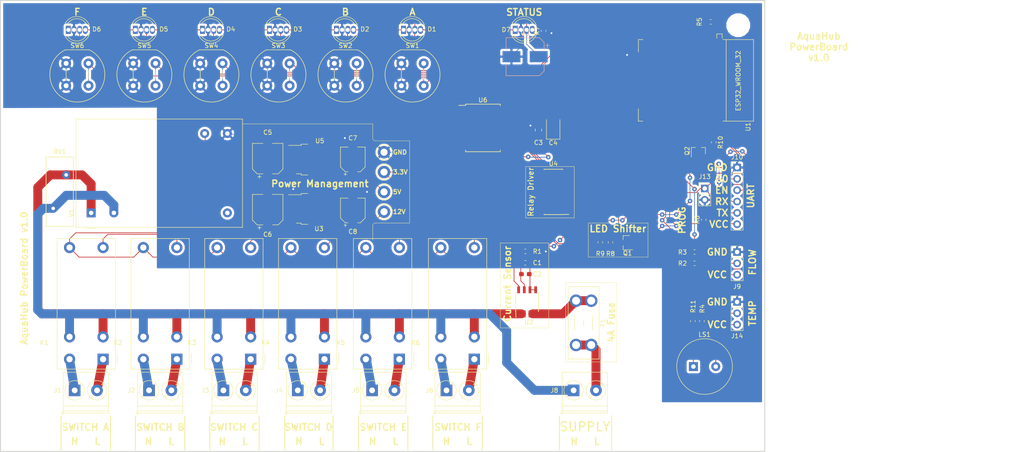
<source format=kicad_pcb>
(kicad_pcb (version 20171130) (host pcbnew "(5.0.0)")
  (layers (0 F.Cu signal) (31 B.Cu signal) (34 B.Paste user) (35 F.Paste user) (36 B.SilkS user) (37 F.SilkS user) (38 B.Mask user) (39 F.Mask user hide) (44 Edge.Cuts user))
  (net 0 "")
  (net 1 GND)
  (net 2 +5V)
  (net 3 "Net-(J9-Pad2)")
  (net 4 +3V3)
  (net 5 +12V)
  (net 6 /LIVE_IN)
  (net 7 "Net-(D1-Pad1)")
  (net 8 "Net-(D2-Pad1)")
  (net 9 "Net-(D3-Pad1)")
  (net 10 "Net-(D4-Pad1)")
  (net 11 "Net-(D5-Pad1)")
  (net 12 /Panel_LED)
  (net 13 "Net-(SW1-Pad1)")
  (net 14 "Net-(SW2-Pad1)")
  (net 15 "Net-(SW3-Pad1)")
  (net 16 "Net-(SW4-Pad1)")
  (net 17 "Net-(SW5-Pad1)")
  (net 18 "Net-(SW6-Pad1)")
  (net 19 /POW2)
  (net 20 /POW1)
  (net 21 /POW6)
  (net 22 /POW5)
  (net 23 /POW4)
  (net 24 /POW3)
  (net 25 /Power_Sense)
  (net 26 /TX)
  (net 27 /RX)
  (net 28 /Flow_Sense)
  (net 29 /LIVE)
  (net 30 /NEUTRAL)
  (net 31 /LIVE1)
  (net 32 /NEUTRAL1)
  (net 33 /LIVE2)
  (net 34 /NEUTRAL2)
  (net 35 /LIVE3)
  (net 36 /NEUTRAL3)
  (net 37 /NEUTRAL4)
  (net 38 /LIVE4)
  (net 39 /LIVE5)
  (net 40 /NEUTRAL5)
  (net 41 /NEUTRAL6)
  (net 42 /LIVE6)
  (net 43 /RE1)
  (net 44 /RE2)
  (net 45 /RE3)
  (net 46 /RE4)
  (net 47 /RE5)
  (net 48 /RE6)
  (net 49 /Temp_Sense)
  (net 50 /UNFUSED_LIVE)
  (net 51 /EN)
  (net 52 "Net-(D1-Pad4)")
  (net 53 "Net-(D7-Pad4)")
  (net 54 /Panel_LED_33)
  (net 55 /IO0)
  (net 56 /Sounder)
  (net 57 "Net-(LS1-Pad2)")
  (net 58 "Net-(Q2-Pad3)")
  (module Button_Switch_THT:SW_CK_D6R_SPST_12mm_H14.3mm (layer F.Cu) (at 117.7 72.1 180)
    (fp_text reference SW2 (at 2.5 8.97 180) (layer F.SilkS))
    (fp_text value SW_Push)
    (pad 2 thru_hole circle (at 5 0 270) (size 2.2 2.2) (drill 1.1) (layers *.Cu *.Mask) (net 1 GND))
    (pad 1 thru_hole circle (at 0 0 270) (size 2.2 2.2) (drill 1.1) (layers *.Cu *.Mask) (net 14 "Net-(SW2-Pad1)"))
    (pad 4 thru_hole circle (at 5 5 270) (size 2.2 2.2) (drill 1.1) (layers *.Cu *.Mask) (net 1 GND))
    (pad 3 thru_hole circle (at 0 5 270) (size 2.2 2.2) (drill 1.1) (layers *.Cu *.Mask) (net 14 "Net-(SW2-Pad1)"))
  )
  (module Button_Switch_THT:SW_CK_D6R_SPST_12mm_H14.3mm (layer F.Cu) (at 87.7 72.1 180)
    (fp_text reference SW4 (at 2.5 8.97 180) (layer F.SilkS))
    (fp_text value SW_Push)
    (pad 2 thru_hole circle (at 5 0 270) (size 2.2 2.2) (drill 1.1) (layers *.Cu *.Mask) (net 1 GND))
    (pad 1 thru_hole circle (at 0 0 270) (size 2.2 2.2) (drill 1.1) (layers *.Cu *.Mask) (net 16 "Net-(SW4-Pad1)"))
    (pad 4 thru_hole circle (at 5 5 270) (size 2.2 2.2) (drill 1.1) (layers *.Cu *.Mask) (net 1 GND))
    (pad 3 thru_hole circle (at 0 5 270) (size 2.2 2.2) (drill 1.1) (layers *.Cu *.Mask) (net 16 "Net-(SW4-Pad1)"))
  )
  (module Relay_THT:Relay_DPST_Fujitsu_FTR-F1A (layer F.Cu) (at 144.025 133.35 180)
    (fp_text reference K6 (at 13.15 3.7 180) (layer F.SilkS))
    (fp_text value "5A Relay")
    (pad 8 thru_hole circle (at 7.5 0 90) (size 2.5 2.5) (drill 1.4) (layers *.Cu *.Mask) (net 41 /NEUTRAL6))
    (pad 7 thru_hole circle (at 7.5 5 90) (size 2.5 2.5) (drill 1.4) (layers *.Cu *.Mask) (net 30 /NEUTRAL))
    (pad 5 thru_hole circle (at 7.5 25 90) (size 2.5 2.5) (drill 1.4) (layers *.Cu *.Mask) (net 5 +12V))
    (pad 4 thru_hole circle (at 0 25 90) (size 2.5 2.5) (drill 1.4) (layers *.Cu *.Mask) (net 48 /RE6))
    (pad 2 thru_hole circle (at 0 5 90) (size 2.5 2.5) (drill 1.4) (layers *.Cu *.Mask) (net 29 /LIVE))
    (pad 1 thru_hole rect (at 0 0 90) (size 2.5 2.5) (drill 1.4) (layers *.Cu *.Mask) (net 42 /LIVE6))
  )
  (module Relay_THT:Relay_DPST_Fujitsu_FTR-F1A (layer F.Cu) (at 60.96 133.35 180)
    (fp_text reference K1 (at 13.15 3.7 180) (layer F.SilkS))
    (fp_text value "5A Relay")
    (pad 8 thru_hole circle (at 7.5 0 90) (size 2.5 2.5) (drill 1.4) (layers *.Cu *.Mask) (net 32 /NEUTRAL1))
    (pad 7 thru_hole circle (at 7.5 5 90) (size 2.5 2.5) (drill 1.4) (layers *.Cu *.Mask) (net 30 /NEUTRAL))
    (pad 5 thru_hole circle (at 7.5 25 90) (size 2.5 2.5) (drill 1.4) (layers *.Cu *.Mask) (net 5 +12V))
    (pad 4 thru_hole circle (at 0 25 90) (size 2.5 2.5) (drill 1.4) (layers *.Cu *.Mask) (net 43 /RE1))
    (pad 2 thru_hole circle (at 0 5 90) (size 2.5 2.5) (drill 1.4) (layers *.Cu *.Mask) (net 29 /LIVE))
    (pad 1 thru_hole rect (at 0 0 90) (size 2.5 2.5) (drill 1.4) (layers *.Cu *.Mask) (net 31 /LIVE1))
  )
  (module Connector_PinHeader_2.54mm:PinHeader_1x03_P2.54mm_Vertical (layer F.Cu) (at 202.819 120.523)
    (fp_text reference J14 (at 0 7.62) (layer F.SilkS))
    (fp_text value PinHeader3)
    (pad 3 thru_hole oval (at 0 5.08) (size 1.7 1.7) (drill 1) (layers *.Cu *.Mask) (net 2 +5V))
    (pad 2 thru_hole oval (at 0 2.54) (size 1.7 1.7) (drill 1) (layers *.Cu *.Mask) (net 49 /Temp_Sense))
    (pad 1 thru_hole rect (at 0 0) (size 1.7 1.7) (drill 1) (layers *.Cu *.Mask) (net 1 GND))
  )
  (module TerminalBlock_Phoenix:TerminalBlock_Phoenix_PT-1,5-2-5.0-H_1x02_P5.00mm_Horizontal (layer F.Cu) (at 166.243 140.335)
    (fp_text reference J8 (at -4.318 0) (layer F.SilkS))
    (fp_text value Screw_Terminal_01x02)
    (pad 2 thru_hole circle (at 5 0) (size 2.6 2.6) (drill 1.3) (layers *.Cu *.Mask) (net 50 /UNFUSED_LIVE))
    (pad 1 thru_hole rect (at 0 0) (size 2.6 2.6) (drill 1.3) (layers *.Cu *.Mask) (net 30 /NEUTRAL))
  )
  (module TerminalBlock_Phoenix:TerminalBlock_Phoenix_PT-1,5-2-5.0-H_1x02_P5.00mm_Horizontal (layer F.Cu) (at 137.795 140.335)
    (fp_text reference J6 (at -3.81 0) (layer F.SilkS))
    (fp_text value Screw_Terminal_01x02)
    (pad 2 thru_hole circle (at 5 0) (size 2.6 2.6) (drill 1.3) (layers *.Cu *.Mask) (net 42 /LIVE6))
    (pad 1 thru_hole rect (at 0 0) (size 2.6 2.6) (drill 1.3) (layers *.Cu *.Mask) (net 41 /NEUTRAL6))
  )
  (module TerminalBlock_Phoenix:TerminalBlock_Phoenix_PT-1,5-2-5.0-H_1x02_P5.00mm_Horizontal (layer F.Cu) (at 71.247 140.335)
    (fp_text reference J2 (at -3.937 0) (layer F.SilkS))
    (fp_text value Screw_Terminal_01x02)
    (pad 2 thru_hole circle (at 5 0) (size 2.6 2.6) (drill 1.3) (layers *.Cu *.Mask) (net 33 /LIVE2))
    (pad 1 thru_hole rect (at 0 0) (size 2.6 2.6) (drill 1.3) (layers *.Cu *.Mask) (net 34 /NEUTRAL2))
  )
  (module TerminalBlock_Phoenix:TerminalBlock_Phoenix_PT-1,5-2-5.0-H_1x02_P5.00mm_Horizontal (layer F.Cu) (at 54.61 140.335)
    (fp_text reference J1 (at -3.81 0) (layer F.SilkS))
    (fp_text value Screw_Terminal_01x02)
    (pad 2 thru_hole circle (at 5 0) (size 2.6 2.6) (drill 1.3) (layers *.Cu *.Mask) (net 31 /LIVE1))
    (pad 1 thru_hole rect (at 0 0) (size 2.6 2.6) (drill 1.3) (layers *.Cu *.Mask) (net 32 /NEUTRAL1))
  )
  (module TerminalBlock_Phoenix:TerminalBlock_Phoenix_PT-1,5-2-5.0-H_1x02_P5.00mm_Horizontal (layer F.Cu) (at 121.158 140.335)
    (fp_text reference J5 (at -3.683 0) (layer F.SilkS))
    (fp_text value Screw_Terminal_01x02)
    (pad 2 thru_hole circle (at 5 0) (size 2.6 2.6) (drill 1.3) (layers *.Cu *.Mask) (net 39 /LIVE5))
    (pad 1 thru_hole rect (at 0 0) (size 2.6 2.6) (drill 1.3) (layers *.Cu *.Mask) (net 40 /NEUTRAL5))
  )
  (module TerminalBlock_Phoenix:TerminalBlock_Phoenix_PT-1,5-2-5.0-H_1x02_P5.00mm_Horizontal (layer F.Cu) (at 104.521 140.335)
    (fp_text reference J4 (at -4.191 0) (layer F.SilkS))
    (fp_text value Screw_Terminal_01x02)
    (pad 2 thru_hole circle (at 5 0) (size 2.6 2.6) (drill 1.3) (layers *.Cu *.Mask) (net 38 /LIVE4))
    (pad 1 thru_hole rect (at 0 0) (size 2.6 2.6) (drill 1.3) (layers *.Cu *.Mask) (net 37 /NEUTRAL4))
  )
  (module TerminalBlock_Phoenix:TerminalBlock_Phoenix_PT-1,5-2-5.0-H_1x02_P5.00mm_Horizontal (layer F.Cu) (at 87.884 140.335)
    (fp_text reference J3 (at -4.064 0) (layer F.SilkS))
    (fp_text value Screw_Terminal_01x02)
    (pad 2 thru_hole circle (at 5 0) (size 2.6 2.6) (drill 1.3) (layers *.Cu *.Mask) (net 35 /LIVE3))
    (pad 1 thru_hole rect (at 0 0) (size 2.6 2.6) (drill 1.3) (layers *.Cu *.Mask) (net 36 /NEUTRAL3))
  )
  (module Connector_PinHeader_2.54mm:PinHeader_1x02_P2.54mm_Vertical (layer F.Cu) (at 195.58 95.123)
    (fp_text reference J13 (at 0 -2.667 -180) (layer F.SilkS))
    (fp_text value PinHeader2)
    (pad 2 thru_hole oval (at 0 2.54) (size 1.7 1.7) (drill 1) (layers *.Cu *.Mask) (net 1 GND))
    (pad 1 thru_hole rect (at 0 0) (size 1.7 1.7) (drill 1) (layers *.Cu *.Mask) (net 55 /IO0))
  )
  (module LED_THT:LED_D5.0mm-4_RGB (layer F.Cu) (at 128.18 59.59)
    (fp_text reference D1 (at 6.35 -0.15) (layer F.SilkS))
    (fp_text value WS2811)
    (pad 4 thru_hole oval (at 3.81 0) (size 1.07 1.8) (drill 0.9) (layers *.Cu *.Mask) (net 52 "Net-(D1-Pad4)"))
    (pad 3 thru_hole oval (at 2.54 0) (size 1.07 1.8) (drill 0.9) (layers *.Cu *.Mask) (net 2 +5V))
    (pad 2 thru_hole oval (at 1.27 0) (size 1.07 1.8) (drill 0.9) (layers *.Cu *.Mask) (net 1 GND))
    (pad 1 thru_hole rect (at 0 0) (size 1.07 1.8) (drill 0.9) (layers *.Cu *.Mask) (net 7 "Net-(D1-Pad1)"))
  )
  (module Capacitor_SMD:CP_Elec_5x5.4 (layer F.Cu) (at 116.84 88.605 90)
    (fp_text reference C7 (at 4.785 0 180) (layer F.SilkS))
    (fp_text value 4.7uF)
    (pad 2 smd rect (at 2.2 0 90) (size 3 1.6) (layers F.Cu F.Paste F.Mask) (net 1 GND))
    (pad 1 smd rect (at -2.2 0 90) (size 3 1.6) (layers F.Cu F.Paste F.Mask) (net 2 +5V))
  )
  (module Capacitor_Tantalum_SMD:CP_EIA-3528-21_Kemet-B_Pad1.50x2.35mm_HandSolder (layer F.Cu) (at 161.671 81.433 90)
    (fp_text reference C4 (at -3.455 0 180) (layer F.SilkS))
    (fp_text value 100uF)
    (pad 2 smd roundrect (at 1.625 0 90) (size 1.5 2.35) (layers F.Cu F.Paste F.Mask) (roundrect_rratio 0.166667) (net 1 GND))
    (pad 1 smd roundrect (at -1.625 0 90) (size 1.5 2.35) (layers F.Cu F.Paste F.Mask) (roundrect_rratio 0.166667) (net 4 +3V3))
  )
  (module Varistor:RV_Disc_D15.5mm_W6.1mm_P7.5mm (layer F.Cu) (at 52.705 92.075 270)
    (fp_text reference RV1 (at -5.207 1.397) (layer F.SilkS))
    (fp_text value S14MOV)
    (pad 2 thru_hole circle (at 7.5 2.9 270) (size 1.8 1.8) (drill 0.8) (layers *.Cu *.Mask) (net 30 /NEUTRAL))
    (pad 1 thru_hole circle (at 0 0 270) (size 1.8 1.8) (drill 0.8) (layers *.Cu *.Mask) (net 29 /LIVE))
  )
  (module Package_TO_SOT_SMD:TO-252-3_TabPin2 (layer F.Cu) (at 107.755 99.695)
    (fp_text reference U3 (at 1.515 4.445) (layer F.SilkS))
    (fp_text value "1A 3.3V")
    (pad 2 smd rect (at 2.1 0) (size 6.4 5.8) (layers F.Cu F.Mask) (net 4 +3V3))
    (pad 3 smd rect (at -4.2 2.28) (size 2.2 1.2) (layers F.Cu F.Paste F.Mask) (net 5 +12V))
    (pad 2 smd rect (at -4.2 0) (size 2.2 1.2) (layers F.Cu F.Paste F.Mask) (net 4 +3V3))
    (pad 1 smd rect (at -4.2 -2.28) (size 2.2 1.2) (layers F.Cu F.Paste F.Mask) (net 1 GND))
  )
  (module Connector_PinHeader_2.54mm:PinHeader_1x03_P2.54mm_Vertical (layer F.Cu) (at 202.819 109.347)
    (fp_text reference J9 (at 0 7.747 180) (layer F.SilkS))
    (fp_text value PinHeader3)
    (pad 3 thru_hole oval (at 0 5.08) (size 1.7 1.7) (drill 1) (layers *.Cu *.Mask) (net 2 +5V))
    (pad 2 thru_hole oval (at 0 2.54) (size 1.7 1.7) (drill 1) (layers *.Cu *.Mask) (net 3 "Net-(J9-Pad2)"))
    (pad 1 thru_hole rect (at 0 0) (size 1.7 1.7) (drill 1) (layers *.Cu *.Mask) (net 1 GND))
  )
  (module Package_SO:SOIC-8_3.9x4.9mm_P1.27mm (layer F.Cu) (at 155.837979 120.509195 90)
    (fp_text reference U2 (at -4.585805 0.372021 180) (layer F.SilkS))
    (fp_text value "Current Sense")
    (pad 8 smd rect (at 2.7 -1.905 90) (size 1.55 0.6) (layers F.Cu F.Paste F.Mask) (net 2 +5V))
    (pad 7 smd rect (at 2.7 -0.635 90) (size 1.55 0.6) (layers F.Cu F.Paste F.Mask) (net 25 /Power_Sense))
    (pad 6 smd rect (at 2.7 0.635 90) (size 1.55 0.6) (layers F.Cu F.Paste F.Mask) (net 1 GND))
    (pad 5 smd rect (at 2.7 1.905 90) (size 1.55 0.6) (layers F.Cu F.Paste F.Mask) (net 1 GND))
    (pad 4 smd rect (at -2.7 1.905 90) (size 1.55 0.6) (layers F.Cu F.Paste F.Mask) (net 6 /LIVE_IN))
    (pad 3 smd rect (at -2.7 0.635 90) (size 1.55 0.6) (layers F.Cu F.Paste F.Mask) (net 6 /LIVE_IN))
    (pad 2 smd rect (at -2.7 -0.635 90) (size 1.55 0.6) (layers F.Cu F.Paste F.Mask) (net 29 /LIVE))
    (pad 1 smd rect (at -2.7 -1.905 90) (size 1.55 0.6) (layers F.Cu F.Paste F.Mask) (net 29 /LIVE))
  )
  (module MountingHole:MountingHole_4.3mm_M4 (layer F.Cu) (at 43.18 82.59)
    (fp_text reference MH1 hide)
    (fp_text value MountingHole hide)
    (pad 1 np_thru_hole circle (at 0 0) (size 4.3 4.3) (drill 4.3) (layers *.Cu *.Mask))
  )
  (module MountingHole:MountingHole_4.3mm_M4 (layer F.Cu) (at 43.18 148.59)
    (fp_text reference MH2 hide)
    (fp_text value MountingHole hide)
    (pad 1 np_thru_hole circle (at 0 0) (size 4.3 4.3) (drill 4.3) (layers *.Cu *.Mask))
  )
  (module MountingHole:MountingHole_4.3mm_M4 (layer F.Cu) (at 203.073 58.547)
    (fp_text reference MH3 hide)
    (fp_text value MountingHole hide)
    (pad 1 np_thru_hole circle (at 0 0) (size 4.3 4.3) (drill 4.3) (layers *.Cu *.Mask))
  )
  (module MountingHole:MountingHole_4.3mm_M4 (layer F.Cu) (at 203.2 148.59)
    (fp_text reference MH4 hide)
    (fp_text value MountingHole hide)
    (pad 1 np_thru_hole circle (at 0 0) (size 4.3 4.3) (drill 4.3) (layers *.Cu *.Mask))
  )
  (module Package_SO:SOIC-16_3.9x9.9mm_P1.27mm (layer F.Cu) (at 161.704 95.885 180)
    (fp_text reference U4 (at 0 6.35 180) (layer F.SilkS))
    (fp_text value "Low-Side Driver")
    (pad 16 smd rect (at 2.7 -4.445 180) (size 1.5 0.6) (layers F.Cu F.Paste F.Mask) (net 48 /RE6))
    (pad 15 smd rect (at 2.7 -3.175 180) (size 1.5 0.6) (layers F.Cu F.Paste F.Mask) (net 47 /RE5))
    (pad 14 smd rect (at 2.7 -1.905 180) (size 1.5 0.6) (layers F.Cu F.Paste F.Mask) (net 46 /RE4))
    (pad 13 smd rect (at 2.7 -0.635 180) (size 1.5 0.6) (layers F.Cu F.Paste F.Mask) (net 45 /RE3))
    (pad 12 smd rect (at 2.7 0.635 180) (size 1.5 0.6) (layers F.Cu F.Paste F.Mask) (net 44 /RE2))
    (pad 11 smd rect (at 2.7 1.905 180) (size 1.5 0.6) (layers F.Cu F.Paste F.Mask) (net 43 /RE1))
    (pad 10 smd rect (at 2.7 3.175 180) (size 1.5 0.6) (layers F.Cu F.Paste F.Mask))
    (pad 9 smd rect (at 2.7 4.445 180) (size 1.5 0.6) (layers F.Cu F.Paste F.Mask) (net 5 +12V))
    (pad 8 smd rect (at -2.7 4.445 180) (size 1.5 0.6) (layers F.Cu F.Paste F.Mask) (net 1 GND))
    (pad 7 smd rect (at -2.7 3.175 180) (size 1.5 0.6) (layers F.Cu F.Paste F.Mask))
    (pad 6 smd rect (at -2.7 1.905 180) (size 1.5 0.6) (layers F.Cu F.Paste F.Mask) (net 20 /POW1))
    (pad 5 smd rect (at -2.7 0.635 180) (size 1.5 0.6) (layers F.Cu F.Paste F.Mask) (net 19 /POW2))
    (pad 4 smd rect (at -2.7 -0.635 180) (size 1.5 0.6) (layers F.Cu F.Paste F.Mask) (net 24 /POW3))
    (pad 3 smd rect (at -2.7 -1.905 180) (size 1.5 0.6) (layers F.Cu F.Paste F.Mask) (net 23 /POW4))
    (pad 2 smd rect (at -2.7 -3.175 180) (size 1.5 0.6) (layers F.Cu F.Paste F.Mask) (net 22 /POW5))
    (pad 1 smd rect (at -2.7 -4.445 180) (size 1.5 0.6) (layers F.Cu F.Paste F.Mask) (net 21 /POW6))
  )
  (module Capacitor_SMD:C_0805_2012Metric_Pad1.15x1.40mm_HandSolder (layer F.Cu) (at 158.369 82.033 90)
    (fp_text reference C3 (at -2.803 0 180) (layer F.SilkS))
    (fp_text value 10uF)
    (pad 2 smd roundrect (at 1.025 0 90) (size 1.15 1.4) (layers F.Cu F.Paste F.Mask) (roundrect_rratio 0.217391) (net 1 GND))
    (pad 1 smd roundrect (at -1.025 0 90) (size 1.15 1.4) (layers F.Cu F.Paste F.Mask) (roundrect_rratio 0.217391) (net 4 +3V3))
  )
  (module LED_THT:LED_D5.0mm-4_RGB (layer F.Cu) (at 113.18 59.59)
    (fp_text reference D2 (at 6.35 -0.15) (layer F.SilkS))
    (fp_text value WS2811)
    (pad 4 thru_hole oval (at 3.81 0) (size 1.07 1.8) (drill 0.9) (layers *.Cu *.Mask) (net 7 "Net-(D1-Pad1)"))
    (pad 3 thru_hole oval (at 2.54 0) (size 1.07 1.8) (drill 0.9) (layers *.Cu *.Mask) (net 2 +5V))
    (pad 2 thru_hole oval (at 1.27 0) (size 1.07 1.8) (drill 0.9) (layers *.Cu *.Mask) (net 1 GND))
    (pad 1 thru_hole rect (at 0 0) (size 1.07 1.8) (drill 0.9) (layers *.Cu *.Mask) (net 8 "Net-(D2-Pad1)"))
  )
  (module LED_THT:LED_D5.0mm-4_RGB (layer F.Cu) (at 98.18 59.59)
    (fp_text reference D3 (at 6.35 -0.15) (layer F.SilkS))
    (fp_text value WS2811)
    (pad 4 thru_hole oval (at 3.81 0) (size 1.07 1.8) (drill 0.9) (layers *.Cu *.Mask) (net 8 "Net-(D2-Pad1)"))
    (pad 3 thru_hole oval (at 2.54 0) (size 1.07 1.8) (drill 0.9) (layers *.Cu *.Mask) (net 2 +5V))
    (pad 2 thru_hole oval (at 1.27 0) (size 1.07 1.8) (drill 0.9) (layers *.Cu *.Mask) (net 1 GND))
    (pad 1 thru_hole rect (at 0 0) (size 1.07 1.8) (drill 0.9) (layers *.Cu *.Mask) (net 9 "Net-(D3-Pad1)"))
  )
  (module LED_THT:LED_D5.0mm-4_RGB (layer F.Cu) (at 83.18 59.59)
    (fp_text reference D4 (at 6.35 -0.15) (layer F.SilkS))
    (fp_text value WS2811)
    (pad 4 thru_hole oval (at 3.81 0) (size 1.07 1.8) (drill 0.9) (layers *.Cu *.Mask) (net 9 "Net-(D3-Pad1)"))
    (pad 3 thru_hole oval (at 2.54 0) (size 1.07 1.8) (drill 0.9) (layers *.Cu *.Mask) (net 2 +5V))
    (pad 2 thru_hole oval (at 1.27 0) (size 1.07 1.8) (drill 0.9) (layers *.Cu *.Mask) (net 1 GND))
    (pad 1 thru_hole rect (at 0 0) (size 1.07 1.8) (drill 0.9) (layers *.Cu *.Mask) (net 10 "Net-(D4-Pad1)"))
  )
  (module LED_THT:LED_D5.0mm-4_RGB (layer F.Cu) (at 68.18 59.59)
    (fp_text reference D5 (at 6.35 -0.15) (layer F.SilkS))
    (fp_text value WS2811)
    (pad 4 thru_hole oval (at 3.81 0) (size 1.07 1.8) (drill 0.9) (layers *.Cu *.Mask) (net 10 "Net-(D4-Pad1)"))
    (pad 3 thru_hole oval (at 2.54 0) (size 1.07 1.8) (drill 0.9) (layers *.Cu *.Mask) (net 2 +5V))
    (pad 2 thru_hole oval (at 1.27 0) (size 1.07 1.8) (drill 0.9) (layers *.Cu *.Mask) (net 1 GND))
    (pad 1 thru_hole rect (at 0 0) (size 1.07 1.8) (drill 0.9) (layers *.Cu *.Mask) (net 11 "Net-(D5-Pad1)"))
  )
  (module LED_THT:LED_D5.0mm-4_RGB (layer F.Cu) (at 53.18 59.59)
    (fp_text reference D6 (at 6.35 -0.15) (layer F.SilkS))
    (fp_text value WS2811)
    (pad 4 thru_hole oval (at 3.81 0) (size 1.07 1.8) (drill 0.9) (layers *.Cu *.Mask) (net 11 "Net-(D5-Pad1)"))
    (pad 3 thru_hole oval (at 2.54 0) (size 1.07 1.8) (drill 0.9) (layers *.Cu *.Mask) (net 2 +5V))
    (pad 2 thru_hole oval (at 1.27 0) (size 1.07 1.8) (drill 0.9) (layers *.Cu *.Mask) (net 1 GND))
    (pad 1 thru_hole rect (at 0 0) (size 1.07 1.8) (drill 0.9) (layers *.Cu *.Mask))
  )
  (module Capacitor_SMD:CP_Elec_6.3x5.4_Nichicon (layer F.Cu) (at 97.79 88.425 90)
    (fp_text reference C5 (at 5.875 0 180) (layer F.SilkS))
    (fp_text value 10uF)
    (pad 2 smd rect (at 2.7 0 90) (size 3.5 1.6) (layers F.Cu F.Paste F.Mask) (net 1 GND))
    (pad 1 smd rect (at -2.7 0 90) (size 3.5 1.6) (layers F.Cu F.Paste F.Mask) (net 5 +12V))
  )
  (module Capacitor_SMD:CP_Elec_6.3x5.4_Nichicon (layer F.Cu) (at 97.79 99.855 90)
    (fp_text reference C6 (at -5.555 0 180) (layer F.SilkS))
    (fp_text value 10uF)
    (pad 2 smd rect (at 2.7 0 90) (size 3.5 1.6) (layers F.Cu F.Paste F.Mask) (net 1 GND))
    (pad 1 smd rect (at -2.7 0 90) (size 3.5 1.6) (layers F.Cu F.Paste F.Mask) (net 5 +12V))
  )
  (module Capacitor_SMD:CP_Elec_5x5.4 (layer F.Cu) (at 116.84 100.035 90)
    (fp_text reference C8 (at -4.74 0) (layer F.SilkS))
    (fp_text value 4.7uF)
    (pad 2 smd rect (at 2.2 0 90) (size 3 1.6) (layers F.Cu F.Paste F.Mask) (net 1 GND))
    (pad 1 smd rect (at -2.2 0 90) (size 3 1.6) (layers F.Cu F.Paste F.Mask) (net 4 +3V3))
  )
  (module Package_TO_SOT_SMD:TO-252-3_TabPin2 (layer F.Cu) (at 107.755 88.645)
    (fp_text reference U5 (at 1.695 -4.19) (layer F.SilkS))
    (fp_text value "1A 5V")
    (pad 2 smd rect (at 2.1 0) (size 6.4 5.8) (layers F.Cu F.Mask) (net 2 +5V))
    (pad 3 smd rect (at -4.2 2.28) (size 2.2 1.2) (layers F.Cu F.Paste F.Mask) (net 5 +12V))
    (pad 2 smd rect (at -4.2 0) (size 2.2 1.2) (layers F.Cu F.Paste F.Mask) (net 2 +5V))
    (pad 1 smd rect (at -4.2 -2.28) (size 2.2 1.2) (layers F.Cu F.Paste F.Mask) (net 1 GND))
  )
  (module TestPoint:TestPoint_Keystone_5010-5014_Multipurpose (layer F.Cu) (at 123.825 95.885)
    (fp_text reference TP1 hide)
    (fp_text value TestPoint)
    (pad 1 thru_hole circle (at 0 0) (size 2.8 2.8) (drill 1.6) (layers *.Cu *.Mask) (net 2 +5V))
  )
  (module TestPoint:TestPoint_Keystone_5010-5014_Multipurpose (layer F.Cu) (at 123.825 91.44)
    (fp_text reference TP2 hide)
    (fp_text value TestPoint)
    (pad 1 thru_hole circle (at 0 0) (size 2.8 2.8) (drill 1.6) (layers *.Cu *.Mask) (net 4 +3V3))
  )
  (module TestPoint:TestPoint_Keystone_5010-5014_Multipurpose (layer F.Cu) (at 123.825 86.995)
    (fp_text reference TP3 hide)
    (fp_text value TestPoint)
    (pad 1 thru_hole circle (at 0 0) (size 2.8 2.8) (drill 1.6) (layers *.Cu *.Mask) (net 1 GND))
  )
  (module TestPoint:TestPoint_Keystone_5010-5014_Multipurpose (layer F.Cu) (at 123.825 100.33)
    (fp_text reference TP4 hide)
    (fp_text value TestPoint)
    (pad 1 thru_hole circle (at 0 0) (size 2.8 2.8) (drill 1.6) (layers *.Cu *.Mask) (net 5 +12V))
  )
  (module Connector_PinHeader_2.54mm:PinHeader_1x06_P2.54mm_Vertical (layer F.Cu) (at 202.819 90.424)
    (fp_text reference J10 (at 0 -2.33) (layer F.SilkS))
    (fp_text value PinHeader6)
    (pad 6 thru_hole oval (at 0 12.7) (size 1.7 1.7) (drill 1) (layers *.Cu *.Mask) (net 4 +3V3))
    (pad 5 thru_hole oval (at 0 10.16) (size 1.7 1.7) (drill 1) (layers *.Cu *.Mask) (net 26 /TX))
    (pad 4 thru_hole oval (at 0 7.62) (size 1.7 1.7) (drill 1) (layers *.Cu *.Mask) (net 27 /RX))
    (pad 3 thru_hole oval (at 0 5.08) (size 1.7 1.7) (drill 1) (layers *.Cu *.Mask) (net 51 /EN))
    (pad 2 thru_hole oval (at 0 2.54) (size 1.7 1.7) (drill 1) (layers *.Cu *.Mask) (net 55 /IO0))
    (pad 1 thru_hole rect (at 0 0) (size 1.7 1.7) (drill 1) (layers *.Cu *.Mask) (net 1 GND))
  )
  (module LED_THT:LED_D5.0mm-4_RGB (layer F.Cu) (at 153.18 59.59)
    (fp_text reference D7 (at -2.05 -0.027) (layer F.SilkS))
    (fp_text value WS2811)
    (pad 4 thru_hole oval (at 3.81 0) (size 1.07 1.8) (drill 0.9) (layers *.Cu *.Mask) (net 53 "Net-(D7-Pad4)"))
    (pad 3 thru_hole oval (at 2.54 0) (size 1.07 1.8) (drill 0.9) (layers *.Cu *.Mask) (net 2 +5V))
    (pad 2 thru_hole oval (at 1.27 0) (size 1.07 1.8) (drill 0.9) (layers *.Cu *.Mask) (net 1 GND))
    (pad 1 thru_hole rect (at 0 0) (size 1.07 1.8) (drill 0.9) (layers *.Cu *.Mask) (net 52 "Net-(D1-Pad4)"))
  )
  (module Package_TO_SOT_SMD:SOT-23 (layer F.Cu) (at 178.07 107.254 180)
    (fp_text reference Q1 (at -0.238 -2.347 180) (layer F.SilkS))
    (fp_text value BSS138)
    (pad 3 smd rect (at 1 0 180) (size 0.9 0.8) (layers F.Cu F.Paste F.Mask) (net 12 /Panel_LED))
    (pad 2 smd rect (at -1 0.95 180) (size 0.9 0.8) (layers F.Cu F.Paste F.Mask) (net 54 /Panel_LED_33))
    (pad 1 smd rect (at -1 -0.95 180) (size 0.9 0.8) (layers F.Cu F.Paste F.Mask) (net 4 +3V3))
  )
  (module Fuse:Fuseholder_Blade_Mini_Keystone_3568 (layer F.Cu) (at 170.18 120.255 270)
    (fp_text reference F1 (at 4.96 -2.67 270) (layer F.SilkS))
    (fp_text value 4A)
    (pad 2 thru_hole circle (at 9.92 3.4 270) (size 2.78 2.78) (drill 1.78) (layers *.Cu *.Mask) (net 50 /UNFUSED_LIVE))
    (pad 2 thru_hole circle (at 9.92 0 270) (size 2.78 2.78) (drill 1.78) (layers *.Cu *.Mask) (net 50 /UNFUSED_LIVE))
    (pad 1 thru_hole circle (at 0 3.4 270) (size 2.78 2.78) (drill 1.78) (layers *.Cu *.Mask) (net 6 /LIVE_IN))
    (pad 1 thru_hole circle (at 0 0 270) (size 2.78 2.78) (drill 1.78) (layers *.Cu *.Mask) (net 6 /LIVE_IN))
  )
  (module Capacitor_SMD:C_0603_1608Metric_Pad1.05x0.95mm_HandSolder (layer F.Cu) (at 155.439 109.22 180)
    (fp_text reference C1 (at -2.676 -2.54 180) (layer F.SilkS))
    (fp_text value 100nF)
    (pad 2 smd roundrect (at 0.875 0 180) (size 1.05 0.95) (layers F.Cu F.Paste F.Mask) (net 2 +5V))
    (pad 1 smd roundrect (at -0.875 0 180) (size 1.05 0.95) (layers F.Cu F.Paste F.Mask) (net 1 GND))
  )
  (module Capacitor_SMD:C_0603_1608Metric_Pad1.05x0.95mm_HandSolder (layer F.Cu) (at 155.439 114.3)
    (fp_text reference C2 (at 2.676 0) (layer F.SilkS))
    (fp_text value 10nF)
    (pad 2 smd roundrect (at 0.875 0) (size 1.05 0.95) (layers F.Cu F.Paste F.Mask) (net 1 GND))
    (pad 1 smd roundrect (at -0.875 0) (size 1.05 0.95) (layers F.Cu F.Paste F.Mask) (net 25 /Power_Sense))
  )
  (module Converter_ACDC:Converter_ACDC_RECOM_RAC04-xxSGx_THT (layer F.Cu) (at 58.293 100.584 90)
    (fp_text reference V1 (at -0.01 -4.39 270) (layer F.SilkS))
    (fp_text value "4W AC-DC Converter")
    (pad 5 thru_hole circle (at 17.78 25.4 180) (size 2 2) (drill 1) (layers *.Cu *.Mask) (net 5 +12V))
    (pad 3 thru_hole circle (at 0 30.48 270) (size 2 2) (drill 1) (layers *.Cu *.Mask))
    (pad 4 thru_hole circle (at 17.78 30.48 180) (size 2 2) (drill 1) (layers *.Cu *.Mask) (net 1 GND))
    (pad 2 thru_hole circle (at 0 5.08 180) (size 2 2) (drill 1) (layers *.Cu *.Mask) (net 30 /NEUTRAL))
    (pad 1 thru_hole rect (at 0 0 180) (size 2 2) (drill 1) (layers *.Cu *.Mask) (net 29 /LIVE))
  )
  (module Package_SO:SOIC-16W_7.5x10.3mm_P1.27mm (layer F.Cu) (at 145.95 81.555)
    (fp_text reference U6 (at 0 -6.25) (layer F.SilkS))
    (fp_text value TCA9534)
    (pad 16 smd rect (at 4.65 -4.445) (size 1.5 0.6) (layers F.Cu F.Paste F.Mask) (net 2 +5V))
    (pad 15 smd rect (at 4.65 -3.175) (size 1.5 0.6) (layers F.Cu F.Paste F.Mask))
    (pad 14 smd rect (at 4.65 -1.905) (size 1.5 0.6) (layers F.Cu F.Paste F.Mask))
    (pad 13 smd rect (at 4.65 -0.635) (size 1.5 0.6) (layers F.Cu F.Paste F.Mask))
    (pad 12 smd rect (at 4.65 0.635) (size 1.5 0.6) (layers F.Cu F.Paste F.Mask))
    (pad 11 smd rect (at 4.65 1.905) (size 1.5 0.6) (layers F.Cu F.Paste F.Mask))
    (pad 10 smd rect (at 4.65 3.175) (size 1.5 0.6) (layers F.Cu F.Paste F.Mask) (net 14 "Net-(SW2-Pad1)"))
    (pad 9 smd rect (at 4.65 4.445) (size 1.5 0.6) (layers F.Cu F.Paste F.Mask) (net 13 "Net-(SW1-Pad1)"))
    (pad 8 smd rect (at -4.65 4.445) (size 1.5 0.6) (layers F.Cu F.Paste F.Mask) (net 1 GND))
    (pad 7 smd rect (at -4.65 3.175) (size 1.5 0.6) (layers F.Cu F.Paste F.Mask) (net 18 "Net-(SW6-Pad1)"))
    (pad 6 smd rect (at -4.65 1.905) (size 1.5 0.6) (layers F.Cu F.Paste F.Mask) (net 17 "Net-(SW5-Pad1)"))
    (pad 5 smd rect (at -4.65 0.635) (size 1.5 0.6) (layers F.Cu F.Paste F.Mask) (net 16 "Net-(SW4-Pad1)"))
    (pad 4 smd rect (at -4.65 -0.635) (size 1.5 0.6) (layers F.Cu F.Paste F.Mask) (net 15 "Net-(SW3-Pad1)"))
    (pad 3 smd rect (at -4.65 -1.905) (size 1.5 0.6) (layers F.Cu F.Paste F.Mask) (net 1 GND))
    (pad 2 smd rect (at -4.65 -3.175) (size 1.5 0.6) (layers F.Cu F.Paste F.Mask) (net 1 GND))
    (pad 1 smd rect (at -4.65 -4.445) (size 1.5 0.6) (layers F.Cu F.Paste F.Mask) (net 1 GND))
  )
  (module Capacitor_SMD:CP_Elec_8x6.2 (layer B.Cu) (at 155.38 65.59 180)
    (fp_text reference C9 (at 0 5.2 180) (layer B.SilkS) (effects (justify mirror)))
    (fp_text value 220uF)
    (pad 2 smd rect (at 3.05 0 180) (size 4 2.5) (layers B.Cu B.Paste B.Mask) (net 1 GND))
    (pad 1 smd rect (at -3.05 0 180) (size 4 2.5) (layers B.Cu B.Paste B.Mask) (net 2 +5V))
  )
  (module Resistor_SMD:R_0603_1608Metric_Pad1.05x0.95mm_HandSolder (layer F.Cu) (at 193.285 111.887)
    (fp_text reference R2 (at -2.685 0.013) (layer F.SilkS))
    (fp_text value 2.2K)
    (pad 2 smd roundrect (at 0.875 0) (size 1.05 0.95) (layers F.Cu F.Paste F.Mask) (net 3 "Net-(J9-Pad2)"))
    (pad 1 smd roundrect (at -0.875 0) (size 1.05 0.95) (layers F.Cu F.Paste F.Mask) (net 28 /Flow_Sense))
  )
  (module Resistor_SMD:R_0603_1608Metric_Pad1.05x0.95mm_HandSolder (layer F.Cu) (at 193.303 109.347 180)
    (fp_text reference R3 (at 2.703 -0.053 180) (layer F.SilkS))
    (fp_text value 3.3K)
    (pad 2 smd roundrect (at 0.875 0 180) (size 1.05 0.95) (layers F.Cu F.Paste F.Mask) (net 28 /Flow_Sense))
    (pad 1 smd roundrect (at -0.875 0 180) (size 1.05 0.95) (layers F.Cu F.Paste F.Mask) (net 1 GND))
  )
  (module Resistor_SMD:R_0603_1608Metric_Pad1.05x0.95mm_HandSolder (layer F.Cu) (at 194.945 124.827 270)
    (fp_text reference R4 (at -2.78 -0.0635 270) (layer F.SilkS))
    (fp_text value 4.7K)
    (pad 2 smd roundrect (at 0.875 0 270) (size 1.05 0.95) (layers F.Cu F.Paste F.Mask) (net 2 +5V))
    (pad 1 smd roundrect (at -0.875 0 270) (size 1.05 0.95) (layers F.Cu F.Paste F.Mask) (net 49 /Temp_Sense))
  )
  (module Resistor_SMD:R_0603_1608Metric_Pad1.05x0.95mm_HandSolder (layer F.Cu) (at 196.925 57.8 180)
    (fp_text reference R5 (at 2.531 0 -90) (layer F.SilkS))
    (fp_text value 10k)
    (pad 2 smd roundrect (at 0.875 0 180) (size 1.05 0.95) (layers F.Cu F.Paste F.Mask) (net 51 /EN))
    (pad 1 smd roundrect (at -0.875 0 180) (size 1.05 0.95) (layers F.Cu F.Paste F.Mask) (net 4 +3V3))
  )
  (module Resistor_SMD:R_0603_1608Metric_Pad1.05x0.95mm_HandSolder (layer F.Cu) (at 195.326 102.117 90)
    (fp_text reference R6 (at 0 -1.43 90) (layer F.SilkS))
    (fp_text value 10k)
    (pad 2 smd roundrect (at 0.875 0 90) (size 1.05 0.95) (layers F.Cu F.Paste F.Mask) (net 55 /IO0))
    (pad 1 smd roundrect (at -0.875 0 90) (size 1.05 0.95) (layers F.Cu F.Paste F.Mask) (net 4 +3V3))
  )
  (module Resistor_SMD:R_0603_1608Metric_Pad1.05x0.95mm_HandSolder (layer F.Cu) (at 159.512 59.808 90)
    (fp_text reference R7 (at 0 -1.43 90) (layer F.SilkS))
    (fp_text value 500R)
    (pad 2 smd roundrect (at 0.875 0 90) (size 1.05 0.95) (layers F.Cu F.Paste F.Mask))
    (pad 1 smd roundrect (at -0.875 0 90) (size 1.05 0.95) (layers F.Cu F.Paste F.Mask) (net 53 "Net-(D7-Pad4)"))
  )
  (module Resistor_SMD:R_0603_1608Metric_Pad1.05x0.95mm_HandSolder (layer F.Cu) (at 155.439 111.76)
    (fp_text reference R1 (at 2.676 -2.54) (layer F.SilkS))
    (fp_text value 10k)
    (pad 2 smd roundrect (at 0.875 0) (size 1.05 0.95) (layers F.Cu F.Paste F.Mask) (net 1 GND))
    (pad 1 smd roundrect (at -0.875 0) (size 1.05 0.95) (layers F.Cu F.Paste F.Mask) (net 25 /Power_Sense))
  )
  (module Resistor_SMD:R_0603_1608Metric_Pad1.05x0.95mm_HandSolder (layer F.Cu) (at 174.498 107.179 90)
    (fp_text reference R8 (at -2.549 0 180) (layer F.SilkS))
    (fp_text value 10k)
    (pad 2 smd roundrect (at 0.875 0 90) (size 1.05 0.95) (layers F.Cu F.Paste F.Mask) (net 54 /Panel_LED_33))
    (pad 1 smd roundrect (at -0.875 0 90) (size 1.05 0.95) (layers F.Cu F.Paste F.Mask) (net 4 +3V3))
  )
  (module Resistor_SMD:R_0603_1608Metric_Pad1.05x0.95mm_HandSolder (layer F.Cu) (at 172.212 107.179 90)
    (fp_text reference R9 (at -2.549 0 180) (layer F.SilkS))
    (fp_text value 10k)
    (pad 2 smd roundrect (at 0.875 0 90) (size 1.05 0.95) (layers F.Cu F.Paste F.Mask) (net 12 /Panel_LED))
    (pad 1 smd roundrect (at -0.875 0 90) (size 1.05 0.95) (layers F.Cu F.Paste F.Mask) (net 2 +5V))
  )
  (module Relay_THT:Relay_DPST_Fujitsu_FTR-F1A (layer F.Cu) (at 77.47 133.35 180)
    (fp_text reference K2 (at 13.15 3.7 180) (layer F.SilkS))
    (fp_text value "5A Relay")
    (pad 8 thru_hole circle (at 7.5 0 90) (size 2.5 2.5) (drill 1.4) (layers *.Cu *.Mask) (net 34 /NEUTRAL2))
    (pad 7 thru_hole circle (at 7.5 5 90) (size 2.5 2.5) (drill 1.4) (layers *.Cu *.Mask) (net 30 /NEUTRAL))
    (pad 5 thru_hole circle (at 7.5 25 90) (size 2.5 2.5) (drill 1.4) (layers *.Cu *.Mask) (net 5 +12V))
    (pad 4 thru_hole circle (at 0 25 90) (size 2.5 2.5) (drill 1.4) (layers *.Cu *.Mask) (net 44 /RE2))
    (pad 2 thru_hole circle (at 0 5 90) (size 2.5 2.5) (drill 1.4) (layers *.Cu *.Mask) (net 29 /LIVE))
    (pad 1 thru_hole rect (at 0 0 90) (size 2.5 2.5) (drill 1.4) (layers *.Cu *.Mask) (net 33 /LIVE2))
  )
  (module Relay_THT:Relay_DPST_Fujitsu_FTR-F1A (layer F.Cu) (at 93.98 133.35 180)
    (fp_text reference K3 (at 13.15 3.7 180) (layer F.SilkS))
    (fp_text value "5A Relay")
    (pad 8 thru_hole circle (at 7.5 0 90) (size 2.5 2.5) (drill 1.4) (layers *.Cu *.Mask) (net 36 /NEUTRAL3))
    (pad 7 thru_hole circle (at 7.5 5 90) (size 2.5 2.5) (drill 1.4) (layers *.Cu *.Mask) (net 30 /NEUTRAL))
    (pad 5 thru_hole circle (at 7.5 25 90) (size 2.5 2.5) (drill 1.4) (layers *.Cu *.Mask) (net 5 +12V))
    (pad 4 thru_hole circle (at 0 25 90) (size 2.5 2.5) (drill 1.4) (layers *.Cu *.Mask) (net 45 /RE3))
    (pad 2 thru_hole circle (at 0 5 90) (size 2.5 2.5) (drill 1.4) (layers *.Cu *.Mask) (net 29 /LIVE))
    (pad 1 thru_hole rect (at 0 0 90) (size 2.5 2.5) (drill 1.4) (layers *.Cu *.Mask) (net 35 /LIVE3))
  )
  (module Relay_THT:Relay_DPST_Fujitsu_FTR-F1A (layer F.Cu) (at 110.49 133.35 180)
    (fp_text reference K4 (at 13.15 3.7 180) (layer F.SilkS))
    (fp_text value "5A Relay")
    (pad 8 thru_hole circle (at 7.5 0 90) (size 2.5 2.5) (drill 1.4) (layers *.Cu *.Mask) (net 37 /NEUTRAL4))
    (pad 7 thru_hole circle (at 7.5 5 90) (size 2.5 2.5) (drill 1.4) (layers *.Cu *.Mask) (net 30 /NEUTRAL))
    (pad 5 thru_hole circle (at 7.5 25 90) (size 2.5 2.5) (drill 1.4) (layers *.Cu *.Mask) (net 5 +12V))
    (pad 4 thru_hole circle (at 0 25 90) (size 2.5 2.5) (drill 1.4) (layers *.Cu *.Mask) (net 46 /RE4))
    (pad 2 thru_hole circle (at 0 5 90) (size 2.5 2.5) (drill 1.4) (layers *.Cu *.Mask) (net 29 /LIVE))
    (pad 1 thru_hole rect (at 0 0 90) (size 2.5 2.5) (drill 1.4) (layers *.Cu *.Mask) (net 38 /LIVE4))
  )
  (module Relay_THT:Relay_DPST_Fujitsu_FTR-F1A (layer F.Cu) (at 127.254 133.35 180)
    (fp_text reference K5 (at 13.15 3.7 180) (layer F.SilkS))
    (fp_text value "5A Relay")
    (pad 8 thru_hole circle (at 7.5 0 90) (size 2.5 2.5) (drill 1.4) (layers *.Cu *.Mask) (net 40 /NEUTRAL5))
    (pad 7 thru_hole circle (at 7.5 5 90) (size 2.5 2.5) (drill 1.4) (layers *.Cu *.Mask) (net 30 /NEUTRAL))
    (pad 5 thru_hole circle (at 7.5 25 90) (size 2.5 2.5) (drill 1.4) (layers *.Cu *.Mask) (net 5 +12V))
    (pad 4 thru_hole circle (at 0 25 90) (size 2.5 2.5) (drill 1.4) (layers *.Cu *.Mask) (net 47 /RE5))
    (pad 2 thru_hole circle (at 0 5 90) (size 2.5 2.5) (drill 1.4) (layers *.Cu *.Mask) (net 29 /LIVE))
    (pad 1 thru_hole rect (at 0 0 90) (size 2.5 2.5) (drill 1.4) (layers *.Cu *.Mask) (net 39 /LIVE5))
  )
  (module Button_Switch_THT:SW_CK_D6R_SPST_12mm_H14.3mm (layer F.Cu) (at 132.7 72.1 180)
    (fp_text reference SW1 (at 2.5 8.97 180) (layer F.SilkS))
    (fp_text value SW_Push)
    (pad 2 thru_hole circle (at 5 0 270) (size 2.2 2.2) (drill 1.1) (layers *.Cu *.Mask) (net 1 GND))
    (pad 1 thru_hole circle (at 0 0 270) (size 2.2 2.2) (drill 1.1) (layers *.Cu *.Mask) (net 13 "Net-(SW1-Pad1)"))
    (pad 4 thru_hole circle (at 5 5 270) (size 2.2 2.2) (drill 1.1) (layers *.Cu *.Mask) (net 1 GND))
    (pad 3 thru_hole circle (at 0 5 270) (size 2.2 2.2) (drill 1.1) (layers *.Cu *.Mask) (net 13 "Net-(SW1-Pad1)"))
  )
  (module Button_Switch_THT:SW_CK_D6R_SPST_12mm_H14.3mm (layer F.Cu) (at 102.7 72.1 180)
    (fp_text reference SW3 (at 2.5 8.97 180) (layer F.SilkS))
    (fp_text value SW_Push)
    (pad 2 thru_hole circle (at 5 0 270) (size 2.2 2.2) (drill 1.1) (layers *.Cu *.Mask) (net 1 GND))
    (pad 1 thru_hole circle (at 0 0 270) (size 2.2 2.2) (drill 1.1) (layers *.Cu *.Mask) (net 15 "Net-(SW3-Pad1)"))
    (pad 4 thru_hole circle (at 5 5 270) (size 2.2 2.2) (drill 1.1) (layers *.Cu *.Mask) (net 1 GND))
    (pad 3 thru_hole circle (at 0 5 270) (size 2.2 2.2) (drill 1.1) (layers *.Cu *.Mask) (net 15 "Net-(SW3-Pad1)"))
  )
  (module Button_Switch_THT:SW_CK_D6R_SPST_12mm_H14.3mm (layer F.Cu) (at 72.7 72.1 180)
    (fp_text reference SW5 (at 2.5 8.97 180) (layer F.SilkS))
    (fp_text value SW_Push)
    (pad 2 thru_hole circle (at 5 0 270) (size 2.2 2.2) (drill 1.1) (layers *.Cu *.Mask) (net 1 GND))
    (pad 1 thru_hole circle (at 0 0 270) (size 2.2 2.2) (drill 1.1) (layers *.Cu *.Mask) (net 17 "Net-(SW5-Pad1)"))
    (pad 4 thru_hole circle (at 5 5 270) (size 2.2 2.2) (drill 1.1) (layers *.Cu *.Mask) (net 1 GND))
    (pad 3 thru_hole circle (at 0 5 270) (size 2.2 2.2) (drill 1.1) (layers *.Cu *.Mask) (net 17 "Net-(SW5-Pad1)"))
  )
  (module Button_Switch_THT:SW_CK_D6R_SPST_12mm_H14.3mm (layer F.Cu) (at 57.7 72.1 180)
    (fp_text reference SW6 (at 2.5 8.97 180) (layer F.SilkS))
    (fp_text value SW_Push)
    (pad 2 thru_hole circle (at 5 0 270) (size 2.2 2.2) (drill 1.1) (layers *.Cu *.Mask) (net 1 GND))
    (pad 1 thru_hole circle (at 0 0 270) (size 2.2 2.2) (drill 1.1) (layers *.Cu *.Mask) (net 18 "Net-(SW6-Pad1)"))
    (pad 4 thru_hole circle (at 5 5 270) (size 2.2 2.2) (drill 1.1) (layers *.Cu *.Mask) (net 1 GND))
    (pad 3 thru_hole circle (at 0 5 270) (size 2.2 2.2) (drill 1.1) (layers *.Cu *.Mask) (net 18 "Net-(SW6-Pad1)"))
  )
  (module Module:Espressif_ESP32_WROOM_32_SMT (layer F.Cu) (at 189.47 70.9 270)
    (fp_text reference U1 (at 10.4 -15.8 90) (layer F.SilkS))
    (fp_text value ESP32-WROOM)
    (fp_text user ESP32_WROOM_32 (at 0.1 -13.6 270) (layer F.SilkS))
    (pad 38 smd oval (at 9 -9.4 90) (size 2.5 0.9) (layers F.Cu F.Paste F.Mask) (net 1 GND))
    (pad 37 smd oval (at 9 -8.13 90) (size 2.5 0.9) (layers F.Cu F.Paste F.Mask) (net 56 /Sounder))
    (pad 36 smd oval (at 9 -6.86 90) (size 2.5 0.9) (layers F.Cu F.Paste F.Mask))
    (pad 35 smd oval (at 9 -5.59 90) (size 2.5 0.9) (layers F.Cu F.Paste F.Mask) (net 26 /TX))
    (pad 34 smd oval (at 9 -4.32 90) (size 2.5 0.9) (layers F.Cu F.Paste F.Mask) (net 27 /RX))
    (pad 33 smd oval (at 9 -3.05 90) (size 2.5 0.9) (layers F.Cu F.Paste F.Mask))
    (pad 32 smd oval (at 9 -1.78 90) (size 2.5 0.9) (layers F.Cu F.Paste F.Mask))
    (pad 31 smd oval (at 9 -0.51 90) (size 2.5 0.9) (layers F.Cu F.Paste F.Mask))
    (pad 30 smd oval (at 9 0.76 90) (size 2.5 0.9) (layers F.Cu F.Paste F.Mask))
    (pad 29 smd oval (at 9 2.03 90) (size 2.5 0.9) (layers F.Cu F.Paste F.Mask))
    (pad 28 smd oval (at 9 3.3 90) (size 2.5 0.9) (layers F.Cu F.Paste F.Mask) (net 25 /Power_Sense))
    (pad 27 smd oval (at 9 4.57 90) (size 2.5 0.9) (layers F.Cu F.Paste F.Mask) (net 28 /Flow_Sense))
    (pad 26 smd oval (at 9 5.84 90) (size 2.5 0.9) (layers F.Cu F.Paste F.Mask) (net 49 /Temp_Sense))
    (pad 25 smd oval (at 9 7.11 90) (size 2.5 0.9) (layers F.Cu F.Paste F.Mask) (net 55 /IO0))
    (pad 24 smd oval (at 5.715 8.6 90) (size 0.9 2.5) (layers F.Cu F.Paste F.Mask))
    (pad 23 smd oval (at 4.445 8.6 90) (size 0.9 2.5) (layers F.Cu F.Paste F.Mask))
    (pad 22 smd oval (at 3.175 8.6 90) (size 0.9 2.5) (layers F.Cu F.Paste F.Mask))
    (pad 21 smd oval (at 1.905 8.6 90) (size 0.9 2.5) (layers F.Cu F.Paste F.Mask))
    (pad 20 smd oval (at 0.635 8.6 90) (size 0.9 2.5) (layers F.Cu F.Paste F.Mask))
    (pad 19 smd oval (at -0.635 8.6 90) (size 0.9 2.5) (layers F.Cu F.Paste F.Mask))
    (pad 18 smd oval (at -1.905 8.6 90) (size 0.9 2.5) (layers F.Cu F.Paste F.Mask))
    (pad 17 smd oval (at -3.175 8.6 90) (size 0.9 2.5) (layers F.Cu F.Paste F.Mask))
    (pad 16 smd oval (at -4.445 8.6 90) (size 0.9 2.5) (layers F.Cu F.Paste F.Mask) (net 54 /Panel_LED_33))
    (pad 15 smd oval (at -5.715 8.6 90) (size 0.9 2.5) (layers F.Cu F.Paste F.Mask) (net 1 GND))
    (pad 14 smd oval (at -9 7.11 90) (size 2.5 0.9) (layers F.Cu F.Paste F.Mask) (net 21 /POW6))
    (pad 13 smd oval (at -9 5.84 90) (size 2.5 0.9) (layers F.Cu F.Paste F.Mask) (net 22 /POW5))
    (pad 12 smd oval (at -9 4.57 90) (size 2.5 0.9) (layers F.Cu F.Paste F.Mask) (net 23 /POW4))
    (pad 11 smd oval (at -9 3.3 90) (size 2.5 0.9) (layers F.Cu F.Paste F.Mask) (net 24 /POW3))
    (pad 10 smd oval (at -9 2.03 90) (size 2.5 0.9) (layers F.Cu F.Paste F.Mask) (net 19 /POW2))
    (pad 9 smd oval (at -9 0.76 90) (size 2.5 0.9) (layers F.Cu F.Paste F.Mask) (net 20 /POW1))
    (pad 8 smd oval (at -9 -0.51 90) (size 2.5 0.9) (layers F.Cu F.Paste F.Mask))
    (pad 7 smd oval (at -9 -1.78 90) (size 2.5 0.9) (layers F.Cu F.Paste F.Mask))
    (pad 6 smd oval (at -9 -3.05 90) (size 2.5 0.9) (layers F.Cu F.Paste F.Mask))
    (pad 5 smd oval (at -9 -4.32 90) (size 2.5 0.9) (layers F.Cu F.Paste F.Mask))
    (pad 4 smd oval (at -9 -5.59 90) (size 2.5 0.9) (layers F.Cu F.Paste F.Mask))
    (pad 3 smd oval (at -9 -6.86 90) (size 2.5 0.9) (layers F.Cu F.Paste F.Mask) (net 51 /EN))
    (pad 2 smd oval (at -9 -8.13 90) (size 2.5 0.9) (layers F.Cu F.Paste F.Mask) (net 4 +3V3))
    (pad 1 smd oval (at -9 -9.4 90) (size 2.5 0.9) (layers F.Cu F.Paste F.Mask) (net 1 GND))
    (pad 39 smd rect (at -0.3 -1.7 90) (size 6 6) (layers F.Cu F.Paste F.Mask))
  )
  (module Resistor_SMD:R_0603_1608Metric_Pad1.05x0.95mm_HandSolder (layer F.Cu) (at 197.6 84.775 270)
    (fp_text reference R10 (at 0.025 -1.5 270) (layer F.SilkS))
    (fp_text value 1K)
    (pad 1 smd roundrect (at -0.875 0 270) (size 1.05 0.95) (layers F.Cu F.Paste F.Mask) (net 56 /Sounder))
    (pad 2 smd roundrect (at 0.875 0 270) (size 1.05 0.95) (layers F.Cu F.Paste F.Mask) (net 58 "Net-(Q2-Pad3)"))
  )
  (module Resistor_SMD:R_0603_1608Metric_Pad1.05x0.95mm_HandSolder (layer F.Cu) (at 192.913 124.827 90)
    (fp_text reference R11 (at 3.288 0.0635 90) (layer F.SilkS))
    (fp_text value 1K)
    (pad 2 smd roundrect (at 0.875 0 90) (size 1.05 0.95) (layers F.Cu F.Paste F.Mask) (net 2 +5V))
    (pad 1 smd roundrect (at -0.875 0 90) (size 1.05 0.95) (layers F.Cu F.Paste F.Mask) (net 57 "Net-(LS1-Pad2)"))
  )
  (module Buzzer_Beeper:Buzzer_TDK_PS1240P02BT_D12.2mm_H6.5mm (layer F.Cu) (at 193.04 135.001)
    (fp_text reference LS1 (at 2.5 -7.17) (layer F.SilkS))
    (fp_text value Piezo)
    (pad 1 thru_hole rect (at 0 0) (size 2 2) (drill 1) (layers *.Cu *.Mask) (net 2 +5V))
    (pad 2 thru_hole circle (at 5 0) (size 2 2) (drill 1) (layers *.Cu *.Mask) (net 57 "Net-(LS1-Pad2)"))
  )
  (module Package_TO_SOT_SMD:SOT-23 (layer F.Cu) (at 194.15 86.7 90)
    (fp_text reference Q2 (at 0 -2.5 90) (layer F.SilkS))
    (fp_text value 2SC1815)
    (pad 1 smd rect (at -1 -0.95 90) (size 0.9 0.8) (layers F.Cu F.Paste F.Mask) (net 1 GND))
    (pad 2 smd rect (at -1 0.95 90) (size 0.9 0.8) (layers F.Cu F.Paste F.Mask) (net 57 "Net-(LS1-Pad2)"))
    (pad 3 smd rect (at 1 0 90) (size 0.9 0.8) (layers F.Cu F.Paste F.Mask) (net 58 "Net-(Q2-Pad3)"))
  )
  (gr_line (start 155.5 101.7) (end 155.5 90.2) (layer F.SilkS) (width 0.08))
  (gr_text "Power Management" (at 109.474 94.0435) (layer F.SilkS) (effects (font (size 1.5 1.5) (thickness 0.3))))
  (gr_line (start 169.545 110.49) (end 169.545 102.87) (layer F.SilkS) (width 0.08))
  (gr_line (start 182.88 110.49) (end 169.545 110.49) (layer F.SilkS) (width 0.08))
  (gr_line (start 182.88 102.87) (end 182.88 110.49) (layer F.SilkS) (width 0.08))
  (gr_line (start 169.545 102.87) (end 182.88 102.87) (layer F.SilkS) (width 0.08))
  (gr_text "LED Shifter" (at 176.149 104.14) (layer F.SilkS) (effects (font (size 1.5 1.5) (thickness 0.3))))
  (gr_text STATUS (at 155.194 55.626) (layer F.SilkS) (effects (font (size 1.5 1.5) (thickness 0.3))))
  (gr_text G0 (at 199.39 92.964) (layer F.SilkS) (effects (font (size 1.5 1.5) (thickness 0.3))))
  (gr_text EN (at 199.39 95.504) (layer F.SilkS) (effects (font (size 1.5 1.5) (thickness 0.3))))
  (gr_text GND (at 198.374 120.523) (layer F.SilkS) (effects (font (size 1.5 1.5) (thickness 0.3))))
  (gr_text VCC (at 198.374 125.603) (layer F.SilkS) (effects (font (size 1.5 1.5) (thickness 0.3))))
  (gr_text TEMP (at 206.248 123.063 90) (layer F.SilkS) (effects (font (size 1.5 1.5) (thickness 0.3))))
  (gr_text GND (at 198.374 109.347) (layer F.SilkS) (effects (font (size 1.5 1.5) (thickness 0.3))))
  (gr_text VCC (at 198.374 114.427) (layer F.SilkS) (effects (font (size 1.5 1.5) (thickness 0.3))))
  (gr_line (start 175.895 133.985) (end 175.895 116.205) (layer F.SilkS) (width 0.08))
  (gr_line (start 164.465 133.985) (end 175.895 133.985) (layer F.SilkS) (width 0.08))
  (gr_line (start 164.465 116.205) (end 164.465 133.985) (layer F.SilkS) (width 0.08))
  (gr_line (start 175.895 116.205) (end 164.465 116.205) (layer F.SilkS) (width 0.08))
  (gr_text "4A Fuse" (at 174.625 125.095 90) (layer F.SilkS) (effects (font (size 1.5 1.5) (thickness 0.3))))
  (gr_text "AquaHub\nPowerBoard\nv1.0" (at 221.1 63.4) (layer F.SilkS) (effects (font (size 1.5 1.5) (thickness 0.3))))
  (gr_text 12V (at 125.73 100.33) (layer F.SilkS) (effects (font (size 1 1) (thickness 0.2)) (justify left)))
  (gr_arc (start 121.92 83.82) (end 121.285 83.82) (angle -90) (layer F.SilkS) (width 0.08))
  (gr_arc (start 121.92 103.505) (end 121.92 102.87) (angle -90) (layer F.SilkS) (width 0.08))
  (gr_line (start 121.285 83.82) (end 121.285 80.645) (layer F.SilkS) (width 0.08))
  (gr_line (start 129.54 84.455) (end 121.92 84.455) (layer F.SilkS) (width 0.08))
  (gr_line (start 129.54 102.87) (end 129.54 84.455) (layer F.SilkS) (width 0.08))
  (gr_line (start 121.92 102.87) (end 129.54 102.87) (layer F.SilkS) (width 0.08))
  (gr_text 3.3V (at 125.73 91.44) (layer F.SilkS) (effects (font (size 1 1) (thickness 0.2)) (justify left)))
  (gr_text GND (at 125.73 86.995) (layer F.SilkS) (effects (font (size 1 1) (thickness 0.2)) (justify left)))
  (gr_text 5V (at 125.73 95.885) (layer F.SilkS) (effects (font (size 1 1) (thickness 0.2)) (justify left)))
  (gr_line (start 149.86 126.365) (end 149.86 107.315) (layer F.SilkS) (width 0.08))
  (gr_line (start 160.655 126.365) (end 149.86 126.365) (layer F.SilkS) (width 0.08))
  (gr_line (start 160.655 107.315) (end 160.655 126.365) (layer F.SilkS) (width 0.08))
  (gr_line (start 149.86 107.315) (end 160.655 107.315) (layer F.SilkS) (width 0.08))
  (gr_line (start 166.4 101.7) (end 155.5 101.7) (layer F.SilkS) (width 0.08))
  (gr_line (start 166.4 90.2) (end 166.4 101.7) (layer F.SilkS) (width 0.08))
  (gr_line (start 155.5 90.2) (end 166.4 90.2) (layer F.SilkS) (width 0.08))
  (gr_text "Current Sensor" (at 151.4475 116.459 90) (layer F.SilkS) (effects (font (size 1.5 1.5) (thickness 0.3))))
  (gr_line (start 121.285 103.505) (end 121.285 106.68) (layer F.SilkS) (width 0.08))
  (gr_line (start 92.075 80.645) (end 121.285 80.645) (layer F.SilkS) (width 0.08))
  (gr_text "Relay Driver" (at 156.6545 95.885 90) (layer F.SilkS) (effects (font (size 1.2 1.2) (thickness 0.2))))
  (gr_text F (at 55.18 55.59) (layer F.SilkS) (effects (font (size 1.5 1.5) (thickness 0.3))))
  (gr_text E (at 70.18 55.59) (layer F.SilkS) (effects (font (size 1.5 1.5) (thickness 0.3))))
  (gr_text D (at 85.18 55.59) (layer F.SilkS) (effects (font (size 1.5 1.5) (thickness 0.3))))
  (gr_text C (at 100.18 55.59) (layer F.SilkS) (effects (font (size 1.5 1.5) (thickness 0.3))))
  (gr_text B (at 115.18 55.59) (layer F.SilkS) (effects (font (size 1.5 1.5) (thickness 0.3))))
  (gr_text A (at 130.18 55.59) (layer F.SilkS) (effects (font (size 1.5 1.5) (thickness 0.3))))
  (gr_text FLOW (at 206.248 111.633 90) (layer F.SilkS) (effects (font (size 1.5 1.5) (thickness 0.3))))
  (gr_text UART (at 205.867 96.774 90) (layer F.SilkS) (effects (font (size 1.5 1.5) (thickness 0.3))))
  (gr_text PROG (at 190.5 102.235 90) (layer F.SilkS) (effects (font (size 1.5 1.5) (thickness 0.3))))
  (gr_text N (at 54.61 151.765) (layer F.SilkS) (effects (font (size 1.5 1.5) (thickness 0.3))))
  (gr_text L (at 59.69 151.765) (layer F.SilkS) (effects (font (size 1.5 1.5) (thickness 0.3))))
  (gr_text L (at 76.2 151.765) (layer F.SilkS) (effects (font (size 1.5 1.5) (thickness 0.3))))
  (gr_text N (at 71.12 151.765) (layer F.SilkS) (effects (font (size 1.5 1.5) (thickness 0.3))))
  (gr_text L (at 92.71 151.765) (layer F.SilkS) (effects (font (size 1.5 1.5) (thickness 0.3))))
  (gr_text N (at 87.63 151.765) (layer F.SilkS) (effects (font (size 1.5 1.5) (thickness 0.3))))
  (gr_text N (at 104.775 151.765) (layer F.SilkS) (effects (font (size 1.5 1.5) (thickness 0.3))))
  (gr_text L (at 109.855 151.765) (layer F.SilkS) (effects (font (size 1.5 1.5) (thickness 0.3))))
  (gr_text N (at 121.285 151.765) (layer F.SilkS) (effects (font (size 1.5 1.5) (thickness 0.3))))
  (gr_text L (at 126.365 151.765) (layer F.SilkS) (effects (font (size 1.5 1.5) (thickness 0.3))))
  (gr_text N (at 137.795 151.765) (layer F.SilkS) (effects (font (size 1.5 1.5) (thickness 0.3))))
  (gr_text L (at 142.875 151.765) (layer F.SilkS) (effects (font (size 1.5 1.5) (thickness 0.3))))
  (gr_line (start 51.562 146.05) (end 51.562 153.67) (layer F.SilkS) (width 0.2))
  (gr_line (start 62.611 146.05) (end 62.611 153.67) (layer F.SilkS) (width 0.2))
  (gr_line (start 68.199 146.05) (end 68.199 153.67) (layer F.SilkS) (width 0.2))
  (gr_line (start 79.248 146.05) (end 79.248 153.67) (layer F.SilkS) (width 0.2))
  (gr_line (start 84.836 146.05) (end 84.836 153.67) (layer F.SilkS) (width 0.2))
  (gr_line (start 95.885 146.05) (end 95.885 153.67) (layer F.SilkS) (width 0.2))
  (gr_line (start 101.6 146.05) (end 101.6 153.67) (layer F.SilkS) (width 0.2))
  (gr_line (start 112.395 146.05) (end 112.395 153.67) (layer F.SilkS) (width 0.2))
  (gr_line (start 118.11 146.05) (end 118.11 153.67) (layer F.SilkS) (width 0.2))
  (gr_line (start 129.159 146.05) (end 129.159 153.67) (layer F.SilkS) (width 0.2))
  (gr_line (start 134.747 146.05) (end 134.747 153.67) (layer F.SilkS) (width 0.2))
  (gr_line (start 145.796 146.05) (end 145.796 153.67) (layer F.SilkS) (width 0.2))
  (gr_text "SWITCH A" (at 57.023 148.59) (layer F.SilkS) (effects (font (size 1.5 1.5) (thickness 0.3))))
  (gr_text "SWITCH B" (at 73.787 148.59) (layer F.SilkS) (effects (font (size 1.5 1.5) (thickness 0.3))))
  (gr_text "SWITCH C" (at 90.297 148.59) (layer F.SilkS) (effects (font (size 1.5 1.5) (thickness 0.3))))
  (gr_text "SWITCH D" (at 106.934 148.59) (layer F.SilkS) (effects (font (size 1.5 1.5) (thickness 0.3))))
  (gr_text "SWITCH E" (at 123.698 148.59) (layer F.SilkS) (effects (font (size 1.5 1.5) (thickness 0.3))))
  (gr_text "SWITCH F" (at 140.335 148.59) (layer F.SilkS) (effects (font (size 1.5 1.5) (thickness 0.3))))
  (gr_text "AquaHub PowerBoard v1.0" (at 43.307 115.189 90) (layer F.SilkS) (effects (font (size 1.5 1.5) (thickness 0.3))))
  (gr_line (start 174.752 146.05) (end 174.752 153.67) (layer F.SilkS) (width 0.2))
  (gr_line (start 163.068 146.05) (end 163.068 153.67) (layer F.SilkS) (width 0.2))
  (gr_text SUPPLY (at 168.783 148.463) (layer F.SilkS) (effects (font (size 2 2) (thickness 0.3))))
  (gr_line (start 38 53) (end 209 53) (layer Edge.Cuts) (width 0.2))
  (gr_text N (at 166.37 151.765) (layer F.SilkS) (effects (font (size 1.5 1.5) (thickness 0.3))))
  (gr_text L (at 171.45 151.765) (layer F.SilkS) (effects (font (size 1.5 1.5) (thickness 0.3))))
  (gr_text VCC (at 198.755 103.124) (layer F.SilkS) (effects (font (size 1.5 1.5) (thickness 0.3))))
  (gr_text TX (at 199.517 100.584) (layer F.SilkS) (effects (font (size 1.5 1.5) (thickness 0.3))))
  (gr_text RX (at 199.39 98.044) (layer F.SilkS) (effects (font (size 1.5 1.5) (thickness 0.3))))
  (gr_text GND (at 198.374 90.424) (layer F.SilkS) (effects (font (size 1.5 1.5) (thickness 0.3))))
  (gr_line (start 38 154) (end 209 154) (layer Edge.Cuts) (width 0.2))
  (gr_line (start 38 53) (end 38 154) (layer Edge.Cuts) (width 0.2))
  (gr_line (start 209 53) (end 209 154) (layer Edge.Cuts) (width 0.2))
  (segment (start 160.673 58.783) (end 159.512 58.783) (width 0.1524) (layer F.Cu) (net 0))
  (segment (start 161.29 58.166) (end 160.673 58.783) (width 0.1524) (layer F.Cu) (net 0))
  (segment (start 97.795 86.365) (end 97.155 85.725) (width 0.1524) (layer F.Cu) (net 1))
  (segment (start 102.69 86.365) (end 97.795 86.365) (width 0.1524) (layer F.Cu) (net 1))
  (segment (start 157.742979 117.809195) (end 156.472979 117.809195) (width 0.1524) (layer F.Cu) (net 1))
  (segment (start 202.565 90.17) (end 202.819 90.424) (width 0.1524) (layer F.Cu) (net 1))
  (via (at 115.062 83.82) (size 1) (drill 0.4) (layers F.Cu B.Cu) (net 1))
  (segment (start 115.062 83.927) (end 115.062 83.82) (width 0.1524) (layer F.Cu) (net 1))
  (segment (start 116.84 86.405) (end 116.84 85.705) (width 0.1524) (layer F.Cu) (net 1))
  (segment (start 116.84 85.705) (end 115.062 83.927) (width 0.1524) (layer F.Cu) (net 1))
  (segment (start 156.472979 114.308979) (end 156.464 114.3) (width 0.1524) (layer F.Cu) (net 1))
  (segment (start 156.472979 117.809195) (end 156.472979 114.308979) (width 0.1524) (layer F.Cu) (net 1))
  (segment (start 156.464 111.76) (end 156.464 114.3) (width 0.1524) (layer F.Cu) (net 1))
  (segment (start 120.65 83.82) (end 123.825 86.995) (width 0.1524) (layer B.Cu) (net 1))
  (segment (start 115.062 83.82) (end 120.65 83.82) (width 0.1524) (layer B.Cu) (net 1))
  (segment (start 194.31 109.347) (end 202.819 109.347) (width 0.1524) (layer F.Cu) (net 1))
  (via (at 156.591003 81.025997) (size 1) (drill 0.4) (layers F.Cu B.Cu) (net 1))
  (segment (start 155.829 81.788) (end 156.591003 81.025997) (width 0.1524) (layer B.Cu) (net 1))
  (segment (start 164.404 91.44) (end 161.798 91.44) (width 0.1524) (layer F.Cu) (net 1))
  (segment (start 161.798 91.44) (end 156.591003 86.233003) (width 0.1524) (layer F.Cu) (net 1))
  (segment (start 156.591003 86.233003) (end 156.591003 81.025997) (width 0.1524) (layer F.Cu) (net 1))
  (segment (start 156.464 111.76) (end 156.464 109.22) (width 0.1524) (layer F.Cu) (net 1))
  (via (at 160.02 109.22) (size 1) (drill 0.4) (layers F.Cu B.Cu) (net 1))
  (segment (start 160.02 109.22) (end 158.115 109.22001) (width 0.1524) (layer F.Cu) (net 1))
  (segment (start 156.464 109.22) (end 160.02 109.22) (width 0.1524) (layer F.Cu) (net 1))
  (segment (start 160.02 107.31501) (end 160.02 109.22) (width 0.1524) (layer B.Cu) (net 1))
  (via (at 161.29 60.325) (size 1) (drill 0.4) (layers F.Cu B.Cu) (net 1))
  (segment (start 161.29 58.801) (end 161.29 60.325) (width 0.1524) (layer B.Cu) (net 1))
  (segment (start 154.45 57.72) (end 154.45 59.055) (width 0.1524) (layer B.Cu) (net 1))
  (segment (start 69.45 57.17) (end 69.45 59.59) (width 0.1524) (layer B.Cu) (net 1))
  (segment (start 69.37 57.09) (end 69.45 57.17) (width 0.1524) (layer B.Cu) (net 1))
  (segment (start 84.45 57.17) (end 84.45 59.59) (width 0.1524) (layer B.Cu) (net 1))
  (segment (start 84.43 57.15) (end 84.45 57.17) (width 0.1524) (layer B.Cu) (net 1))
  (segment (start 114.45 57.17) (end 114.45 59.59) (width 0.1524) (layer B.Cu) (net 1))
  (segment (start 114.43 57.15) (end 114.45 57.17) (width 0.1524) (layer B.Cu) (net 1))
  (segment (start 129.45 57.21) (end 129.45 59.59) (width 0.1524) (layer B.Cu) (net 1))
  (segment (start 129.43 57.19) (end 129.45 57.21) (width 0.1524) (layer B.Cu) (net 1))
  (segment (start 129.43 57.19) (end 129.43 57.09) (width 0.1524) (layer B.Cu) (net 1))
  (segment (start 153.98 57.09) (end 129.43 57.09) (width 0.1524) (layer B.Cu) (net 1))
  (segment (start 154.45 57.72) (end 154.45 57.56) (width 0.1524) (layer B.Cu) (net 1))
  (segment (start 154.45 57.56) (end 153.98 57.09) (width 0.1524) (layer B.Cu) (net 1))
  (segment (start 114.43 57.09) (end 114.43 57.15) (width 0.1524) (layer B.Cu) (net 1))
  (segment (start 129.43 57.09) (end 114.43 57.09) (width 0.1524) (layer B.Cu) (net 1))
  (segment (start 99.43 59.59) (end 99.45 59.59) (width 0.1524) (layer B.Cu) (net 1))
  (segment (start 99.43 57.15) (end 99.43 59.59) (width 0.1524) (layer B.Cu) (net 1))
  (segment (start 99.43 57.09) (end 99.43 57.15) (width 0.1524) (layer B.Cu) (net 1))
  (segment (start 114.43 57.09) (end 99.43 57.09) (width 0.1524) (layer B.Cu) (net 1))
  (segment (start 84.43 57.15) (end 84.43 57.09) (width 0.1524) (layer B.Cu) (net 1))
  (segment (start 99.37 57.09) (end 84.43 57.09) (width 0.1524) (layer B.Cu) (net 1))
  (segment (start 99.43 57.15) (end 99.37 57.09) (width 0.1524) (layer B.Cu) (net 1))
  (segment (start 84.43 57.09) (end 69.37 57.09) (width 0.1524) (layer B.Cu) (net 1))
  (segment (start 154.45 63.3676) (end 154.45 59.59) (width 0.1524) (layer B.Cu) (net 1))
  (segment (start 153.18 64.6376) (end 154.45 63.3676) (width 0.1524) (layer B.Cu) (net 1))
  (segment (start 153.18 65.59) (end 153.18 64.6376) (width 0.1524) (layer B.Cu) (net 1))
  (segment (start 154.45 57.62) (end 154.45 57.72) (width 0.1524) (layer B.Cu) (net 1))
  (segment (start 155.047 57.023) (end 154.45 57.62) (width 0.1524) (layer B.Cu) (net 1))
  (segment (start 161.29 58.801) (end 159.512 57.023) (width 0.1524) (layer B.Cu) (net 1))
  (segment (start 159.512 57.023) (end 155.047 57.023) (width 0.1524) (layer B.Cu) (net 1))
  (segment (start 88.9 82.931) (end 88.773 82.804) (width 0.1524) (layer B.Cu) (net 1))
  (segment (start 115.062 83.82) (end 114.173 82.931) (width 0.1524) (layer B.Cu) (net 1))
  (segment (start 114.173 82.931) (end 88.9 82.931) (width 0.1524) (layer B.Cu) (net 1))
  (segment (start 91.694 85.725) (end 97.155 85.725) (width 0.1524) (layer F.Cu) (net 1))
  (segment (start 88.773 82.804) (end 91.694 85.725) (width 0.1524) (layer F.Cu) (net 1))
  (segment (start 204.597 120.523) (end 202.819 120.523) (width 0.1524) (layer B.Cu) (net 1))
  (segment (start 199.644 93.599) (end 202.819 90.424) (width 0.1524) (layer B.Cu) (net 1))
  (segment (start 199.644 96.901) (end 199.644 93.599) (width 0.1524) (layer B.Cu) (net 1))
  (segment (start 198.882 97.663) (end 199.644 96.901) (width 0.1524) (layer B.Cu) (net 1))
  (segment (start 195.58 97.79) (end 195.707 97.663) (width 0.1524) (layer B.Cu) (net 1))
  (segment (start 195.707 97.663) (end 198.882 97.663) (width 0.1524) (layer B.Cu) (net 1))
  (via (at 103.504984 95.25) (size 1) (drill 0.4) (layers F.Cu B.Cu) (net 1))
  (segment (start 103.555 95.300016) (end 103.504984 95.25) (width 0.1524) (layer F.Cu) (net 1))
  (segment (start 116.84 97.835) (end 115.8876 97.835) (width 0.1524) (layer F.Cu) (net 1))
  (segment (start 103.555 97.415) (end 103.555 95.300016) (width 0.1524) (layer F.Cu) (net 1))
  (segment (start 113.3026 95.25) (end 103.504984 95.25) (width 0.1524) (layer F.Cu) (net 1))
  (segment (start 115.8876 97.835) (end 113.3026 95.25) (width 0.1524) (layer F.Cu) (net 1))
  (segment (start 102.235 95.25) (end 103.504984 95.25) (width 0.1524) (layer F.Cu) (net 1))
  (segment (start 97.155 97.155) (end 100.33 97.155) (width 0.1524) (layer F.Cu) (net 1))
  (segment (start 100.33 97.155) (end 102.235 95.25) (width 0.1524) (layer F.Cu) (net 1))
  (via (at 120.015 95.885002) (size 1) (drill 0.4) (layers F.Cu B.Cu) (net 1))
  (segment (start 116.84 88.0574) (end 120.015 91.2324) (width 0.1524) (layer F.Cu) (net 1))
  (segment (start 118.110002 97.79) (end 120.015 95.885002) (width 0.1524) (layer F.Cu) (net 1))
  (segment (start 116.84 97.79) (end 118.110002 97.79) (width 0.1524) (layer F.Cu) (net 1))
  (segment (start 120.015 91.2324) (end 120.015 95.885002) (width 0.1524) (layer F.Cu) (net 1))
  (segment (start 116.84 86.405) (end 116.84 88.0574) (width 0.1524) (layer F.Cu) (net 1))
  (segment (start 129.54 86.995) (end 123.825 86.995) (width 0.1524) (layer B.Cu) (net 1))
  (segment (start 136.906 79.629) (end 129.54 86.995) (width 0.1524) (layer B.Cu) (net 1))
  (segment (start 204.978 120.142) (end 204.597 120.523) (width 0.1524) (layer B.Cu) (net 1))
  (segment (start 204.978 109.728) (end 204.978 120.142) (width 0.1524) (layer B.Cu) (net 1))
  (segment (start 202.819 109.347) (end 204.597 109.347) (width 0.1524) (layer B.Cu) (net 1))
  (segment (start 204.597 109.347) (end 204.978 109.728) (width 0.1524) (layer B.Cu) (net 1))
  (segment (start 204.978 108.966) (end 204.597 109.347) (width 0.1524) (layer B.Cu) (net 1))
  (segment (start 204.978 91.186) (end 204.978 108.966) (width 0.1524) (layer B.Cu) (net 1))
  (segment (start 202.819 90.424) (end 204.216 90.424) (width 0.1524) (layer B.Cu) (net 1))
  (segment (start 204.216 90.424) (end 204.978 91.186) (width 0.1524) (layer B.Cu) (net 1))
  (segment (start 190.754 109.347) (end 202.819 109.347) (width 0.1524) (layer B.Cu) (net 1))
  (segment (start 160.02 109.22) (end 160.147 109.347) (width 0.1524) (layer B.Cu) (net 1))
  (segment (start 54.68 57.09) (end 69.37 57.09) (width 0.1524) (layer B.Cu) (net 1))
  (segment (start 54.43 57.34) (end 54.68 57.09) (width 0.1524) (layer B.Cu) (net 1))
  (segment (start 54.43 65.37) (end 54.43 57.34) (width 0.1524) (layer B.Cu) (net 1))
  (segment (start 52.7 72.1) (end 52.7 67.1) (width 0.1524) (layer B.Cu) (net 1))
  (segment (start 52.7 67.1) (end 54.43 65.37) (width 0.1524) (layer B.Cu) (net 1))
  (segment (start 67.7 67.1) (end 67.7 72.1) (width 0.1524) (layer B.Cu) (net 1))
  (segment (start 69.45 59.59) (end 69.45 65.35) (width 0.1524) (layer B.Cu) (net 1))
  (segment (start 69.45 65.35) (end 67.7 67.1) (width 0.1524) (layer B.Cu) (net 1))
  (segment (start 129.45 59.59) (end 129.45 65.35) (width 0.1524) (layer B.Cu) (net 1))
  (segment (start 129.45 65.35) (end 127.7 67.1) (width 0.1524) (layer B.Cu) (net 1))
  (segment (start 114.45 59.59) (end 114.45 65.35) (width 0.1524) (layer B.Cu) (net 1))
  (segment (start 114.45 65.35) (end 112.7 67.1) (width 0.1524) (layer B.Cu) (net 1))
  (segment (start 99.45 59.59) (end 99.45 65.35) (width 0.1524) (layer B.Cu) (net 1))
  (segment (start 99.45 65.35) (end 97.7 67.1) (width 0.1524) (layer B.Cu) (net 1))
  (segment (start 84.45 59.59) (end 84.45 65.35) (width 0.1524) (layer B.Cu) (net 1))
  (segment (start 84.45 65.35) (end 82.7 67.1) (width 0.1524) (layer B.Cu) (net 1))
  (segment (start 127.7 67.1) (end 127.7 72.1) (width 0.1524) (layer B.Cu) (net 1))
  (segment (start 112.7 67.1) (end 112.7 72.1) (width 0.1524) (layer B.Cu) (net 1))
  (segment (start 97.7 67.1) (end 97.7 72.1) (width 0.1524) (layer B.Cu) (net 1))
  (segment (start 82.7 67.1) (end 82.7 72.1) (width 0.1524) (layer B.Cu) (net 1))
  (segment (start 160.147 109.347) (end 188.4045 109.347) (width 0.1524) (layer B.Cu) (net 1))
  (segment (start 188.4045 109.347) (end 190.754 109.347) (width 0.1524) (layer B.Cu) (net 1))
  (segment (start 161.29 58.801) (end 162.678999 57.412001) (width 0.1524) (layer B.Cu) (net 1))
  (segment (start 156.591003 81.025997) (end 157.091002 80.525998) (width 0.1524) (layer F.Cu) (net 1))
  (via (at 178.2 65.2) (size 1) (drill 0.4) (layers F.Cu B.Cu) (net 1))
  (segment (start 180.87 65.185) (end 178.215 65.185) (width 0.1524) (layer F.Cu) (net 1))
  (segment (start 178.215 65.185) (end 178.2 65.2) (width 0.1524) (layer F.Cu) (net 1))
  (segment (start 178.2 65.2) (end 170.412001 57.412001) (width 0.1524) (layer B.Cu) (net 1))
  (segment (start 170.412001 57.412001) (end 170.2 57.412001) (width 0.1524) (layer B.Cu) (net 1))
  (segment (start 170.2 57.412001) (end 162.678999 57.412001) (width 0.1524) (layer B.Cu) (net 1))
  (segment (start 198.87 61.9) (end 198.87 79.9) (width 0.1524) (layer F.Cu) (net 1))
  (segment (start 198.8 79.9) (end 198.8 83.247162) (width 0.1524) (layer F.Cu) (net 1))
  (segment (start 198.8 83.247162) (end 202.819 87.266162) (width 0.1524) (layer F.Cu) (net 1))
  (segment (start 202.819 89.4216) (end 202.819 90.424) (width 0.1524) (layer F.Cu) (net 1))
  (segment (start 202.819 87.266162) (end 202.819 89.4216) (width 0.1524) (layer F.Cu) (net 1))
  (segment (start 201.8166 90.424) (end 202.819 90.424) (width 0.1524) (layer F.Cu) (net 1))
  (segment (start 195.124 90.424) (end 201.8166 90.424) (width 0.1524) (layer F.Cu) (net 1))
  (segment (start 193.2 87.8) (end 193.2 88.5) (width 0.1524) (layer F.Cu) (net 1))
  (segment (start 193.2 88.5) (end 195.124 90.424) (width 0.1524) (layer F.Cu) (net 1))
  (segment (start 102.69 88.645) (end 108.99 88.645) (width 0.1524) (layer F.Cu) (net 2))
  (segment (start 111.15 90.805) (end 108.99 88.645) (width 0.1524) (layer F.Cu) (net 2))
  (segment (start 116.84 90.805) (end 111.15 90.805) (width 0.1524) (layer F.Cu) (net 2))
  (segment (start 108.99 83.415) (end 108.99 88.645) (width 0.1524) (layer F.Cu) (net 2))
  (segment (start 109.982 82.423) (end 108.99 83.415) (width 0.1524) (layer F.Cu) (net 2))
  (segment (start 121.285 83.185) (end 120.523 82.423) (width 0.1524) (layer F.Cu) (net 2))
  (segment (start 120.523 82.423) (end 109.982 82.423) (width 0.1524) (layer F.Cu) (net 2))
  (segment (start 123.825 95.885) (end 121.27062 93.33062) (width 0.1524) (layer F.Cu) (net 2))
  (segment (start 121.27062 93.33062) (end 121.27062 83.19938) (width 0.1524) (layer F.Cu) (net 2))
  (segment (start 161.671 106.807) (end 161.671 92.329) (width 0.1524) (layer F.Cu) (net 2))
  (segment (start 161.671 92.329) (end 156.083 86.741) (width 0.1524) (layer F.Cu) (net 2))
  (segment (start 164.338 109.474) (end 161.671 106.807) (width 0.1524) (layer F.Cu) (net 2))
  (segment (start 184.796589 111.644589) (end 182.626 109.474) (width 0.1524) (layer F.Cu) (net 2))
  (segment (start 155.72 58.0026) (end 155.72 59.055) (width 0.1524) (layer F.Cu) (net 2))
  (segment (start 155.72 58.0026) (end 156.1326 57.59) (width 0.1524) (layer F.Cu) (net 2))
  (segment (start 155.3074 57.59) (end 131.08 57.59) (width 0.1524) (layer F.Cu) (net 2))
  (segment (start 155.72 58.0026) (end 155.3074 57.59) (width 0.1524) (layer F.Cu) (net 2))
  (segment (start 130.72 59.055) (end 130.72 58.0026) (width 0.1524) (layer F.Cu) (net 2))
  (segment (start 131.08 57.6426) (end 131.08 57.59) (width 0.1524) (layer F.Cu) (net 2))
  (segment (start 130.72 58.0026) (end 131.08 57.6426) (width 0.1524) (layer F.Cu) (net 2))
  (segment (start 100.72 59.59) (end 100.72 59.955) (width 0.1524) (layer F.Cu) (net 2))
  (segment (start 115.68 60.59) (end 115.68 61.09) (width 0.1524) (layer F.Cu) (net 2))
  (segment (start 115.68 59.63) (end 115.72 59.59) (width 0.1524) (layer F.Cu) (net 2))
  (segment (start 115.68 61.09) (end 115.68 59.63) (width 0.1524) (layer F.Cu) (net 2))
  (segment (start 100.72 59.955) (end 100.68 59.995) (width 0.1524) (layer F.Cu) (net 2))
  (segment (start 100.68 59.995) (end 100.68 61.59) (width 0.1524) (layer F.Cu) (net 2))
  (segment (start 70.68 59.59) (end 70.68 61.59) (width 0.1524) (layer F.Cu) (net 2))
  (segment (start 70.72 59.59) (end 70.68 59.59) (width 0.1524) (layer F.Cu) (net 2))
  (segment (start 85.68 59.995) (end 85.68 61.59) (width 0.1524) (layer F.Cu) (net 2))
  (segment (start 85.72 59.59) (end 85.72 59.955) (width 0.1524) (layer F.Cu) (net 2))
  (segment (start 85.72 59.955) (end 85.68 59.995) (width 0.1524) (layer F.Cu) (net 2))
  (segment (start 56.18 61.59) (end 100.68 61.59) (width 0.1524) (layer F.Cu) (net 2))
  (segment (start 55.68 61.09) (end 56.18 61.59) (width 0.1524) (layer F.Cu) (net 2))
  (segment (start 55.72 59.59) (end 55.68 59.63) (width 0.1524) (layer F.Cu) (net 2))
  (segment (start 55.68 59.63) (end 55.68 61.09) (width 0.1524) (layer F.Cu) (net 2))
  (segment (start 115.68 61.59) (end 115.68 61.09) (width 0.1524) (layer F.Cu) (net 2))
  (segment (start 100.68 61.59) (end 115.68 61.59) (width 0.1524) (layer F.Cu) (net 2))
  (segment (start 130.68 59.63) (end 130.72 59.59) (width 0.1524) (layer F.Cu) (net 2))
  (segment (start 130.68 61.09) (end 130.68 59.63) (width 0.1524) (layer F.Cu) (net 2))
  (segment (start 115.68 61.59) (end 130.18 61.59) (width 0.1524) (layer F.Cu) (net 2))
  (segment (start 130.18 61.59) (end 130.68 61.09) (width 0.1524) (layer F.Cu) (net 2))
  (segment (start 155.72 62.7776) (end 155.72 59.59) (width 0.1524) (layer B.Cu) (net 2))
  (segment (start 157.58 64.6376) (end 155.72 62.7776) (width 0.1524) (layer B.Cu) (net 2))
  (segment (start 157.58 65.59) (end 157.58 64.6376) (width 0.1524) (layer B.Cu) (net 2))
  (segment (start 182.626 109.474) (end 172.212 109.474) (width 0.1524) (layer F.Cu) (net 2))
  (segment (start 172.212 109.474) (end 164.338 109.474) (width 0.1524) (layer F.Cu) (net 2))
  (segment (start 172.23 109.456) (end 172.212 109.474) (width 0.1524) (layer F.Cu) (net 2))
  (segment (start 172.212 108.204) (end 172.212 109.474) (width 0.1524) (layer F.Cu) (net 2))
  (segment (start 188.479589 111.644589) (end 191.389 114.554) (width 0.1524) (layer F.Cu) (net 2))
  (segment (start 184.796589 111.644589) (end 188.479589 111.644589) (width 0.1524) (layer F.Cu) (net 2))
  (segment (start 152.908 110.876) (end 154.564 109.22) (width 0.1524) (layer F.Cu) (net 2))
  (segment (start 152.908 115.856816) (end 152.908 110.876) (width 0.1524) (layer F.Cu) (net 2))
  (segment (start 153.932979 117.809195) (end 153.932979 116.881795) (width 0.1524) (layer F.Cu) (net 2))
  (segment (start 153.932979 116.881795) (end 152.908 115.856816) (width 0.1524) (layer F.Cu) (net 2))
  (segment (start 156.342 107.442) (end 154.564 109.22) (width 0.1524) (layer F.Cu) (net 2))
  (segment (start 161.036 107.442) (end 156.342 107.442) (width 0.1524) (layer F.Cu) (net 2))
  (segment (start 161.671 106.807) (end 161.036 107.442) (width 0.1524) (layer F.Cu) (net 2))
  (segment (start 191.516 114.427) (end 191.389 114.554) (width 0.1524) (layer F.Cu) (net 2))
  (segment (start 202.819 114.427) (end 191.516 114.427) (width 0.1524) (layer F.Cu) (net 2))
  (segment (start 202.819 125.603) (end 194.945 125.603) (width 0.1524) (layer F.Cu) (net 2))
  (segment (start 194.945 125.603) (end 194.564 125.984) (width 0.1524) (layer F.Cu) (net 2))
  (segment (start 193.195 123.952) (end 192.913 123.952) (width 0.1524) (layer F.Cu) (net 2))
  (segment (start 194.945 125.702) (end 193.195 123.952) (width 0.1524) (layer F.Cu) (net 2))
  (segment (start 192.913 123.952) (end 191.389 123.952) (width 0.1524) (layer F.Cu) (net 2))
  (segment (start 191.389 114.554) (end 191.389 123.952) (width 0.1524) (layer F.Cu) (net 2))
  (segment (start 193.021 128.759) (end 193.021 135.001) (width 0.1524) (layer F.Cu) (net 2))
  (segment (start 191.389 123.952) (end 191.389 127.127) (width 0.1524) (layer F.Cu) (net 2))
  (segment (start 191.389 127.127) (end 193.021 128.759) (width 0.1524) (layer F.Cu) (net 2))
  (segment (start 194.31 111.887) (end 202.819 111.887) (width 0.1524) (layer F.Cu) (net 3))
  (segment (start 102.87 99.695) (end 109.17 99.695) (width 0.1524) (layer F.Cu) (net 4))
  (segment (start 111.71 102.235) (end 109.17 99.695) (width 0.1524) (layer F.Cu) (net 4))
  (segment (start 116.84 102.235) (end 111.71 102.235) (width 0.1524) (layer F.Cu) (net 4))
  (segment (start 126.365 93.98) (end 123.825 91.44) (width 0.1524) (layer F.Cu) (net 4))
  (segment (start 118.364 102.235) (end 122.555 98.044) (width 0.1524) (layer F.Cu) (net 4))
  (segment (start 122.555 98.044) (end 125.476 98.044) (width 0.1524) (layer F.Cu) (net 4))
  (segment (start 125.476 98.044) (end 126.365 97.155) (width 0.1524) (layer F.Cu) (net 4))
  (segment (start 126.365 97.155) (end 126.365 93.98) (width 0.1524) (layer F.Cu) (net 4))
  (segment (start 116.84 102.235) (end 118.364 102.235) (width 0.1524) (layer F.Cu) (net 4))
  (segment (start 158.623 82.804) (end 158.369 83.058) (width 0.1524) (layer F.Cu) (net 4))
  (segment (start 158.369 83.058) (end 161.671 83.058) (width 0.1524) (layer F.Cu) (net 4))
  (segment (start 181.356 108.204) (end 186.055 103.505) (width 0.1524) (layer F.Cu) (net 4))
  (via (at 186.055 103.505) (size 1) (drill 0.4) (layers F.Cu B.Cu) (net 4))
  (via (at 160.575969 88.104241) (size 1) (drill 0.4) (layers F.Cu B.Cu) (net 4))
  (segment (start 158.369 83.058) (end 158.369 85.852) (width 0.1524) (layer F.Cu) (net 4))
  (segment (start 158.369 85.852) (end 160.598605 88.081605) (width 0.1524) (layer F.Cu) (net 4))
  (segment (start 160.598605 88.081605) (end 160.575969 88.104241) (width 0.1524) (layer F.Cu) (net 4))
  (via (at 156.083 88.02521) (size 1) (drill 0.4) (layers F.Cu B.Cu) (net 4))
  (segment (start 160.575969 88.104241) (end 156.162031 88.104241) (width 0.1524) (layer B.Cu) (net 4))
  (segment (start 156.162031 88.104241) (end 156.083 88.02521) (width 0.1524) (layer B.Cu) (net 4))
  (segment (start 155.375894 88.02521) (end 156.083 88.02521) (width 0.1524) (layer F.Cu) (net 4))
  (segment (start 132.969 88.011) (end 155.375894 88.02521) (width 0.1524) (layer F.Cu) (net 4))
  (segment (start 123.825 91.44) (end 129.54 91.44) (width 0.1524) (layer F.Cu) (net 4))
  (segment (start 129.54 91.44) (end 132.969 88.011) (width 0.1524) (layer F.Cu) (net 4))
  (via (at 189.23 103.505) (size 1) (drill 0.4) (layers F.Cu B.Cu) (net 4))
  (segment (start 186.055 103.505) (end 189.23 103.505) (width 0.1524) (layer B.Cu) (net 4))
  (segment (start 189.738 102.997) (end 189.23 103.505) (width 0.1524) (layer F.Cu) (net 4))
  (segment (start 202.819 103.124) (end 202.692 102.997) (width 0.1524) (layer F.Cu) (net 4))
  (segment (start 202.692 102.997) (end 189.738 102.997) (width 0.1524) (layer F.Cu) (net 4))
  (segment (start 174.648 108.204) (end 174.498 108.054) (width 0.1524) (layer F.Cu) (net 4))
  (segment (start 179.07 108.204) (end 174.648 108.204) (width 0.1524) (layer F.Cu) (net 4))
  (segment (start 181.356 108.204) (end 179.07 108.204) (width 0.1524) (layer F.Cu) (net 4))
  (segment (start 162.49171 82.23729) (end 161.671 83.058) (width 0.1524) (layer F.Cu) (net 4))
  (segment (start 163.322 81.407) (end 162.49171 82.23729) (width 0.1524) (layer F.Cu) (net 4))
  (segment (start 197.6 58) (end 197.8 57.8) (width 0.1524) (layer F.Cu) (net 4))
  (segment (start 197.6 61.9) (end 197.6 58) (width 0.1524) (layer F.Cu) (net 4))
  (segment (start 187.734588 102.009588) (end 187.734588 93.961027) (width 0.1524) (layer F.Cu) (net 4))
  (segment (start 187.734588 93.961027) (end 185.137411 93.961027) (width 0.1524) (layer F.Cu) (net 4))
  (segment (start 189.23 103.505) (end 187.734588 102.009588) (width 0.1524) (layer F.Cu) (net 4))
  (segment (start 96.773994 94.361006) (end 94.615 94.361006) (width 0.1524) (layer F.Cu) (net 5))
  (segment (start 97.79 93.345) (end 96.773994 94.361006) (width 0.1524) (layer F.Cu) (net 5))
  (segment (start 102.69 90.925) (end 97.79 90.925) (width 0.1524) (layer F.Cu) (net 5))
  (segment (start 97.79 90.925) (end 97.79 93.345) (width 0.1524) (layer F.Cu) (net 5))
  (segment (start 94.615 99.06) (end 94.615 94.361006) (width 0.1524) (layer F.Cu) (net 5))
  (segment (start 95.25 99.695) (end 94.615 99.06) (width 0.1524) (layer F.Cu) (net 5))
  (segment (start 97.155 99.695) (end 95.25 99.695) (width 0.1524) (layer F.Cu) (net 5))
  (segment (start 97.79 100.33) (end 97.155 99.695) (width 0.1524) (layer F.Cu) (net 5))
  (segment (start 119.38 104.775) (end 104.14 104.775) (width 0.1524) (layer F.Cu) (net 5))
  (segment (start 123.825 100.33) (end 119.38 104.775) (width 0.1524) (layer F.Cu) (net 5))
  (segment (start 104.14 104.775) (end 103.505 104.14) (width 0.1524) (layer F.Cu) (net 5))
  (segment (start 103.505 104.14) (end 103.505 101.975) (width 0.1524) (layer F.Cu) (net 5))
  (segment (start 103.505 101.975) (end 97.735 101.975) (width 0.1524) (layer F.Cu) (net 5))
  (segment (start 97.79 101.92) (end 97.79 100.33) (width 0.1524) (layer F.Cu) (net 5))
  (segment (start 97.735 101.975) (end 97.79 101.92) (width 0.1524) (layer F.Cu) (net 5))
  (segment (start 83.82 82.931) (end 83.693 82.804) (width 0.1524) (layer F.Cu) (net 5))
  (segment (start 83.82 93.345) (end 83.82 82.931) (width 0.1524) (layer F.Cu) (net 5))
  (segment (start 93.598994 93.345) (end 94.615 94.361006) (width 0.1524) (layer F.Cu) (net 5))
  (segment (start 83.82 93.345) (end 93.598994 93.345) (width 0.1524) (layer F.Cu) (net 5))
  (segment (start 153.416 108.204) (end 153.27 108.35) (width 0.1524) (layer F.Cu) (net 5))
  (segment (start 53.467 108.343) (end 53.46 108.35) (width 0.1524) (layer F.Cu) (net 5))
  (segment (start 53.467 106.426) (end 53.467 108.343) (width 0.1524) (layer F.Cu) (net 5))
  (segment (start 54.835411 105.057589) (end 53.467 106.426) (width 0.1524) (layer F.Cu) (net 5))
  (segment (start 83.82 93.345) (end 72.989948 105.057589) (width 0.1524) (layer F.Cu) (net 5))
  (segment (start 72.989948 105.057589) (end 54.835411 105.057589) (width 0.1524) (layer F.Cu) (net 5))
  (segment (start 54.709999 109.599999) (end 53.46 108.35) (width 0.1524) (layer F.Cu) (net 5))
  (segment (start 55.6 110.49) (end 54.709999 109.599999) (width 0.1524) (layer F.Cu) (net 5))
  (segment (start 69.97 108.35) (end 67.83 110.49) (width 0.1524) (layer F.Cu) (net 5))
  (segment (start 67.83 110.49) (end 55.6 110.49) (width 0.1524) (layer F.Cu) (net 5))
  (segment (start 71.219999 109.599999) (end 69.97 108.35) (width 0.1524) (layer F.Cu) (net 5))
  (segment (start 72.11 110.49) (end 71.219999 109.599999) (width 0.1524) (layer F.Cu) (net 5))
  (segment (start 84.455 110.49) (end 72.11 110.49) (width 0.1524) (layer F.Cu) (net 5))
  (segment (start 86.48 108.35) (end 86.48 108.465) (width 0.1524) (layer F.Cu) (net 5))
  (segment (start 86.48 108.465) (end 84.455 110.49) (width 0.1524) (layer F.Cu) (net 5))
  (segment (start 87.729999 109.599999) (end 86.48 108.35) (width 0.1524) (layer F.Cu) (net 5))
  (segment (start 88.62 110.49) (end 87.729999 109.599999) (width 0.1524) (layer F.Cu) (net 5))
  (segment (start 100.965 110.49) (end 88.62 110.49) (width 0.1524) (layer F.Cu) (net 5))
  (segment (start 102.99 108.35) (end 102.99 108.465) (width 0.1524) (layer F.Cu) (net 5))
  (segment (start 102.99 108.465) (end 100.965 110.49) (width 0.1524) (layer F.Cu) (net 5))
  (segment (start 104.239999 109.599999) (end 102.99 108.35) (width 0.1524) (layer F.Cu) (net 5))
  (segment (start 105.13 110.49) (end 104.239999 109.599999) (width 0.1524) (layer F.Cu) (net 5))
  (segment (start 117.475 110.49) (end 105.13 110.49) (width 0.1524) (layer F.Cu) (net 5))
  (segment (start 119.754 108.35) (end 119.615 108.35) (width 0.1524) (layer F.Cu) (net 5))
  (segment (start 119.615 108.35) (end 117.475 110.49) (width 0.1524) (layer F.Cu) (net 5))
  (segment (start 121.003999 109.599999) (end 119.754 108.35) (width 0.1524) (layer F.Cu) (net 5))
  (segment (start 121.894 110.49) (end 121.003999 109.599999) (width 0.1524) (layer F.Cu) (net 5))
  (segment (start 134.62 110.49) (end 121.894 110.49) (width 0.1524) (layer F.Cu) (net 5))
  (segment (start 136.525 108.35) (end 136.525 108.585) (width 0.1524) (layer F.Cu) (net 5))
  (segment (start 136.525 108.585) (end 134.62 110.49) (width 0.1524) (layer F.Cu) (net 5))
  (segment (start 151.13 110.49) (end 153.416 108.204) (width 0.1524) (layer F.Cu) (net 5))
  (segment (start 136.525 108.585) (end 138.43 110.49) (width 0.1524) (layer F.Cu) (net 5))
  (segment (start 138.43 110.49) (end 151.13 110.49) (width 0.1524) (layer F.Cu) (net 5))
  (segment (start 160.655 100.965) (end 153.416 108.204) (width 0.1524) (layer F.Cu) (net 5))
  (segment (start 160.655 92.055) (end 160.655 100.965) (width 0.1524) (layer F.Cu) (net 5))
  (segment (start 159.004 91.44) (end 160.04 91.44) (width 0.1524) (layer F.Cu) (net 5))
  (segment (start 160.04 91.44) (end 160.655 92.055) (width 0.1524) (layer F.Cu) (net 5))
  (segment (start 156.47642 123.19) (end 157.734 123.19) (width 0.1524) (layer F.Cu) (net 6))
  (segment (start 170.18 120.255) (end 166.78 120.255) (width 2) (layer F.Cu) (net 6))
  (segment (start 163.845 123.19) (end 166.78 120.255) (width 2) (layer F.Cu) (net 6))
  (segment (start 157.099 123.19) (end 163.845 123.19) (width 2) (layer F.Cu) (net 6))
  (segment (start 128.18 59.59) (end 116.99 59.59) (width 0.1524) (layer F.Cu) (net 7))
  (segment (start 113.18 59.59) (end 101.99 59.59) (width 0.1524) (layer F.Cu) (net 8))
  (segment (start 98.18 59.59) (end 86.99 59.59) (width 0.1524) (layer F.Cu) (net 9))
  (segment (start 83.18 59.59) (end 71.99 59.59) (width 0.1524) (layer F.Cu) (net 10))
  (segment (start 68.18 59.59) (end 56.99 59.59) (width 0.1524) (layer F.Cu) (net 11))
  (segment (start 177.004 107.188) (end 177.07 107.254) (width 0.1524) (layer F.Cu) (net 12))
  (segment (start 173.482 107.188) (end 177.004 107.188) (width 0.1524) (layer F.Cu) (net 12))
  (segment (start 172.448 106.154) (end 173.482 107.188) (width 0.1524) (layer F.Cu) (net 12))
  (segment (start 162.02341 92.183026) (end 162.023411 106.657189) (width 0.1524) (layer F.Cu) (net 12))
  (segment (start 154.168382 84.328) (end 162.02341 92.183026) (width 0.1524) (layer F.Cu) (net 12))
  (segment (start 162.023411 106.657189) (end 162.822423 107.456201) (width 0.1524) (layer F.Cu) (net 12))
  (segment (start 162.822423 107.456201) (end 169.784799 107.456201) (width 0.1524) (layer F.Cu) (net 12))
  (segment (start 171.087 106.154) (end 172.448 106.154) (width 0.1524) (layer F.Cu) (net 12))
  (segment (start 169.784799 107.456201) (end 171.087 106.154) (width 0.1524) (layer F.Cu) (net 12))
  (segment (start 132.7 67.1) (end 132.7 72.1) (width 0.1524) (layer B.Cu) (net 13))
  (segment (start 133.799999 71.000001) (end 132.7 72.1) (width 0.1524) (layer F.Cu) (net 13))
  (segment (start 157.91 69.99) (end 157.2 70.7) (width 0.1524) (layer F.Cu) (net 13))
  (segment (start 157.2 70.7) (end 134.1 70.7) (width 0.1524) (layer F.Cu) (net 13))
  (segment (start 134.1 70.7) (end 133.799999 71.000001) (width 0.1524) (layer F.Cu) (net 13))
  (segment (start 117.7 67.1) (end 117.7 72.1) (width 0.1524) (layer B.Cu) (net 14))
  (segment (start 119.5 70.3) (end 157.1 70.3) (width 0.1524) (layer F.Cu) (net 14))
  (segment (start 157.1 70.3) (end 157.80036 69.59964) (width 0.1524) (layer F.Cu) (net 14))
  (segment (start 117.7 72.1) (end 119.5 70.3) (width 0.1524) (layer F.Cu) (net 14))
  (segment (start 102.7 67.1) (end 102.7 72.1) (width 0.1524) (layer B.Cu) (net 15))
  (segment (start 102.43 66.34) (end 104.79 68.7) (width 0.1524) (layer F.Cu) (net 15))
  (segment (start 104.79 68.7) (end 156.6826 68.7) (width 0.1524) (layer F.Cu) (net 15))
  (segment (start 87.7 67.1) (end 87.7 72.1) (width 0.1524) (layer B.Cu) (net 16))
  (segment (start 89.7 69.1) (end 87.7 67.1) (width 0.1524) (layer F.Cu) (net 16))
  (segment (start 156.780984 69.1) (end 89.7 69.1) (width 0.1524) (layer F.Cu) (net 16))
  (segment (start 72.7 67.1) (end 72.7 72.1) (width 0.1524) (layer B.Cu) (net 17))
  (segment (start 156.874547 69.504821) (end 160.974368 65.405) (width 0.1524) (layer F.Cu) (net 17))
  (segment (start 72.7 67.1) (end 75.104821 69.504821) (width 0.1524) (layer F.Cu) (net 17))
  (segment (start 75.104821 69.504821) (end 156.874547 69.504821) (width 0.1524) (layer F.Cu) (net 17))
  (segment (start 57.7 72.1) (end 57.7 67.1) (width 0.1524) (layer B.Cu) (net 18))
  (segment (start 57.7 67.1) (end 60.504821 69.904821) (width 0.1524) (layer F.Cu) (net 18))
  (segment (start 60.504821 69.904821) (end 156.972931 69.904821) (width 0.1524) (layer F.Cu) (net 18))
  (segment (start 156.972931 69.904821) (end 160.202752 66.675) (width 0.1524) (layer F.Cu) (net 18))
  (segment (start 170.148384 95.25) (end 164.465 95.25) (width 0.1524) (layer F.Cu) (net 19))
  (segment (start 171.65241 93.745974) (end 170.148384 95.25) (width 0.1524) (layer F.Cu) (net 19))
  (segment (start 171.65241 64.054054) (end 171.65241 93.745974) (width 0.1524) (layer F.Cu) (net 19))
  (segment (start 177.463696 58.242768) (end 171.65241 64.054054) (width 0.1524) (layer F.Cu) (net 19))
  (segment (start 185.642768 58.242768) (end 177.463696 58.242768) (width 0.1524) (layer F.Cu) (net 19))
  (segment (start 187.37 59.97) (end 185.642768 58.242768) (width 0.1524) (layer F.Cu) (net 19))
  (segment (start 187.37 61.9) (end 187.37 59.97) (width 0.1524) (layer F.Cu) (net 19))
  (segment (start 188.64 61.9) (end 188.64 59.94) (width 0.1524) (layer F.Cu) (net 20))
  (segment (start 188.64 59.94) (end 186.590358 57.890358) (width 0.1524) (layer F.Cu) (net 20))
  (segment (start 186.590358 57.890358) (end 177.317722 57.890358) (width 0.1524) (layer F.Cu) (net 20))
  (segment (start 177.317722 57.890358) (end 171.299999 63.908081) (width 0.1524) (layer F.Cu) (net 20))
  (segment (start 171.299999 63.908081) (end 171.299999 93.600001) (width 0.1524) (layer F.Cu) (net 20))
  (segment (start 171.299999 93.600001) (end 170.92 93.98) (width 0.1524) (layer F.Cu) (net 20))
  (segment (start 170.92 93.98) (end 164.338 93.98) (width 0.1524) (layer F.Cu) (net 20))
  (segment (start 164.404 100.33) (end 165.3064 100.33) (width 0.1524) (layer F.Cu) (net 21))
  (segment (start 167.06192 100.33) (end 165.227 100.33) (width 0.1524) (layer F.Cu) (net 21))
  (segment (start 182.29 60.09) (end 181.9 59.7) (width 0.1524) (layer F.Cu) (net 21))
  (segment (start 182.29 61.9) (end 182.29 60.09) (width 0.1524) (layer F.Cu) (net 21))
  (segment (start 181.9 59.7) (end 178 59.7) (width 0.1524) (layer F.Cu) (net 21))
  (segment (start 178 59.7) (end 173.1 64.6) (width 0.1524) (layer F.Cu) (net 21))
  (segment (start 173.1 64.6) (end 173.1 94.29192) (width 0.1524) (layer F.Cu) (net 21))
  (segment (start 173.1 94.29192) (end 167.06192 100.33) (width 0.1524) (layer F.Cu) (net 21))
  (segment (start 183.56 61.9) (end 183.56 60.06) (width 0.1524) (layer F.Cu) (net 22))
  (segment (start 167.833536 99.06) (end 164.338 99.06) (width 0.1524) (layer F.Cu) (net 22))
  (segment (start 182.8 59.3) (end 177.901616 59.3) (width 0.1524) (layer F.Cu) (net 22))
  (segment (start 183.56 60.06) (end 182.8 59.3) (width 0.1524) (layer F.Cu) (net 22))
  (segment (start 177.901616 59.3) (end 172.747589 64.454027) (width 0.1524) (layer F.Cu) (net 22))
  (segment (start 172.747589 94.145947) (end 167.833536 99.06) (width 0.1524) (layer F.Cu) (net 22))
  (segment (start 172.747589 64.454027) (end 172.747589 94.145947) (width 0.1524) (layer F.Cu) (net 22))
  (segment (start 168.605152 97.79) (end 164.465 97.79) (width 0.1524) (layer F.Cu) (net 23))
  (segment (start 172.395178 64.308054) (end 172.395178 93.999974) (width 0.1524) (layer F.Cu) (net 23))
  (segment (start 177.755642 58.94759) (end 172.395178 64.308054) (width 0.1524) (layer F.Cu) (net 23))
  (segment (start 183.74759 58.94759) (end 177.755642 58.94759) (width 0.1524) (layer F.Cu) (net 23))
  (segment (start 184.83 61.9) (end 184.83 60.03) (width 0.1524) (layer F.Cu) (net 23))
  (segment (start 184.83 60.03) (end 183.74759 58.94759) (width 0.1524) (layer F.Cu) (net 23))
  (segment (start 172.395178 93.999974) (end 168.605152 97.79) (width 0.1524) (layer F.Cu) (net 23))
  (segment (start 177.609669 58.595179) (end 184.695179 58.595179) (width 0.1524) (layer F.Cu) (net 24))
  (segment (start 172.042767 64.162081) (end 177.609669 58.595179) (width 0.1524) (layer F.Cu) (net 24))
  (segment (start 172.042767 93.854001) (end 172.042767 64.162081) (width 0.1524) (layer F.Cu) (net 24))
  (segment (start 169.376768 96.52) (end 172.042767 93.854001) (width 0.1524) (layer F.Cu) (net 24))
  (segment (start 164.465 96.52) (end 169.376768 96.52) (width 0.1524) (layer F.Cu) (net 24))
  (segment (start 186.1 60) (end 186.1 61.9) (width 0.1524) (layer F.Cu) (net 24))
  (segment (start 184.695179 58.595179) (end 186.1 60) (width 0.1524) (layer F.Cu) (net 24))
  (segment (start 154.414 115.806) (end 154.414 114.3) (width 0.1524) (layer F.Cu) (net 25))
  (segment (start 155.202979 117.809195) (end 155.202979 116.594979) (width 0.1524) (layer F.Cu) (net 25))
  (segment (start 155.202979 116.594979) (end 154.414 115.806) (width 0.1524) (layer F.Cu) (net 25))
  (segment (start 154.414 111.76) (end 154.414 114.3) (width 0.1524) (layer F.Cu) (net 25))
  (via (at 161.820643 108.054357) (size 1) (drill 0.4) (layers F.Cu B.Cu) (net 25))
  (via (at 163.195 106.68) (size 1) (drill 0.4) (layers F.Cu B.Cu) (net 25))
  (segment (start 161.820643 108.054357) (end 163.195 106.68) (width 0.1524) (layer B.Cu) (net 25))
  (via (at 177.165 102.235) (size 1) (drill 0.4) (layers F.Cu B.Cu) (net 25))
  (via (at 186.055 100.965) (size 1) (drill 0.4) (layers F.Cu B.Cu) (net 25))
  (segment (start 178.435 100.965) (end 186.055 100.965) (width 0.1524) (layer F.Cu) (net 25))
  (segment (start 177.165 102.235) (end 178.435 100.965) (width 0.1524) (layer F.Cu) (net 25))
  (segment (start 186.055 100.965) (end 189.23 100.965) (width 0.1524) (layer B.Cu) (net 25))
  (via (at 189.23 100.965) (size 1) (drill 0.4) (layers F.Cu B.Cu) (net 25))
  (segment (start 155.51279 108.769594) (end 156.228027 108.054357) (width 0.1524) (layer F.Cu) (net 25))
  (segment (start 156.228027 108.054357) (end 161.820643 108.054357) (width 0.1524) (layer F.Cu) (net 25))
  (segment (start 155.51279 110.66121) (end 155.51279 108.769594) (width 0.1524) (layer F.Cu) (net 25))
  (segment (start 154.414 111.76) (end 155.51279 110.66121) (width 0.1524) (layer F.Cu) (net 25))
  (via (at 175.006 102.235) (size 1) (drill 0.4) (layers F.Cu B.Cu) (net 25))
  (segment (start 167.64 102.235) (end 175.006 102.235) (width 0.1524) (layer F.Cu) (net 25))
  (segment (start 163.195 106.68) (end 167.64 102.235) (width 0.1524) (layer F.Cu) (net 25))
  (segment (start 177.165 102.235) (end 175.006 102.235) (width 0.1524) (layer B.Cu) (net 25))
  (via (at 192.277972 92.71) (size 1) (drill 0.4) (layers F.Cu B.Cu) (net 25))
  (via (at 192.278006 97.917) (size 1) (drill 0.4) (layers F.Cu B.Cu) (net 25))
  (segment (start 189.23 100.965) (end 192.278 97.917) (width 0.1524) (layer F.Cu) (net 25))
  (segment (start 192.278 97.917) (end 192.278006 97.917) (width 0.1524) (layer F.Cu) (net 25))
  (segment (start 192.277972 92.71) (end 192.277972 97.916966) (width 0.1524) (layer B.Cu) (net 25))
  (segment (start 192.277972 97.916966) (end 192.278006 97.917) (width 0.1524) (layer B.Cu) (net 25))
  (segment (start 186.1 81.3024) (end 186.1 79.9) (width 0.1524) (layer F.Cu) (net 25))
  (segment (start 186.1 85.824922) (end 186.1 81.3024) (width 0.1524) (layer F.Cu) (net 25))
  (segment (start 192.277972 92.002894) (end 186.1 85.824922) (width 0.1524) (layer F.Cu) (net 25))
  (segment (start 192.277972 92.71) (end 192.277972 92.002894) (width 0.1524) (layer F.Cu) (net 25))
  (via (at 198.8 93.7402) (size 1) (drill 0.4) (layers F.Cu B.Cu) (net 26))
  (via (at 198.7 89.6) (size 1) (drill 0.4) (layers F.Cu B.Cu) (net 26))
  (segment (start 198.8 93.7402) (end 198.8 89.7) (width 0.1524) (layer B.Cu) (net 26))
  (segment (start 198.8 89.7) (end 198.7 89.6) (width 0.1524) (layer B.Cu) (net 26))
  (segment (start 195.06 82.26) (end 195.06 79.9) (width 0.1524) (layer F.Cu) (net 26))
  (segment (start 195 89.6) (end 194.1 88.7) (width 0.1524) (layer F.Cu) (net 26))
  (segment (start 194.1 88.7) (end 194.1 87.252838) (width 0.1524) (layer F.Cu) (net 26))
  (segment (start 194.1 87.252838) (end 193 86.152838) (width 0.1524) (layer F.Cu) (net 26))
  (segment (start 193 86.152838) (end 193 84.32) (width 0.1524) (layer F.Cu) (net 26))
  (segment (start 198.7 89.6) (end 195 89.6) (width 0.1524) (layer F.Cu) (net 26))
  (segment (start 193 84.32) (end 195.06 82.26) (width 0.1524) (layer F.Cu) (net 26))
  (segment (start 198.8 100) (end 198.8 93.7402) (width 0.1524) (layer F.Cu) (net 26))
  (segment (start 202.819 100.584) (end 199.384 100.584) (width 0.1524) (layer F.Cu) (net 26))
  (segment (start 199.384 100.584) (end 198.8 100) (width 0.1524) (layer F.Cu) (net 26))
  (segment (start 201.2 95.1) (end 201.2 97.5) (width 0.1524) (layer F.Cu) (net 27))
  (segment (start 201.2 97.5) (end 201.744 98.044) (width 0.1524) (layer F.Cu) (net 27))
  (segment (start 203.8 94.2) (end 202.1 94.2) (width 0.1524) (layer F.Cu) (net 27))
  (segment (start 202.1 94.2) (end 201.2 95.1) (width 0.1524) (layer F.Cu) (net 27))
  (segment (start 204.2 92.2) (end 204.2 93.8) (width 0.1524) (layer F.Cu) (net 27))
  (segment (start 193.79 82.81) (end 192.5238 84.0762) (width 0.1524) (layer F.Cu) (net 27))
  (segment (start 193.79 79.9) (end 193.79 82.81) (width 0.1524) (layer F.Cu) (net 27))
  (segment (start 192.5238 84.0762) (end 192.5238 88.822182) (width 0.1524) (layer F.Cu) (net 27))
  (segment (start 204.2 93.8) (end 203.8 94.2) (width 0.1524) (layer F.Cu) (net 27))
  (segment (start 192.5238 88.822182) (end 195.401618 91.7) (width 0.1524) (layer F.Cu) (net 27))
  (segment (start 201.744 98.044) (end 202.819 98.044) (width 0.1524) (layer F.Cu) (net 27))
  (segment (start 195.401618 91.7) (end 203.7 91.7) (width 0.1524) (layer F.Cu) (net 27))
  (segment (start 203.7 91.7) (end 204.2 92.2) (width 0.1524) (layer F.Cu) (net 27))
  (segment (start 192.26 109.365) (end 192.278 109.347) (width 0.1524) (layer F.Cu) (net 28))
  (segment (start 192.26 111.887) (end 192.26 109.365) (width 0.1524) (layer F.Cu) (net 28))
  (via (at 186.055 102.235) (size 1) (drill 0.4) (layers F.Cu B.Cu) (net 28))
  (segment (start 192.278 109.347) (end 192.278 108.458) (width 0.1524) (layer F.Cu) (net 28))
  (segment (start 192.278 108.458) (end 186.055 102.235) (width 0.1524) (layer F.Cu) (net 28))
  (segment (start 186.554999 101.735001) (end 186.055 102.235) (width 0.1524) (layer F.Cu) (net 28))
  (segment (start 186.831201 101.458799) (end 186.554999 101.735001) (width 0.1524) (layer F.Cu) (net 28))
  (segment (start 186.831201 99.074201) (end 186.831201 101.458799) (width 0.1524) (layer F.Cu) (net 28))
  (segment (start 184.83 78.33) (end 184.4 77.9) (width 0.1524) (layer F.Cu) (net 28))
  (segment (start 184.83 79.9) (end 184.83 78.33) (width 0.1524) (layer F.Cu) (net 28))
  (segment (start 184.4 77.9) (end 181.7 77.9) (width 0.1524) (layer F.Cu) (net 28))
  (segment (start 181.7 77.9) (end 181.2 78.4) (width 0.1524) (layer F.Cu) (net 28))
  (segment (start 181.2 78.4) (end 181.2 93.443) (width 0.1524) (layer F.Cu) (net 28))
  (segment (start 181.2 93.443) (end 186.831201 99.074201) (width 0.1524) (layer F.Cu) (net 28))
  (segment (start 151.13 123.19) (end 151.149195 123.209195) (width 2) (layer F.Cu) (net 29))
  (segment (start 153.93642 123.19) (end 155.194 123.19) (width 0.1524) (layer F.Cu) (net 29))
  (segment (start 60.96 123.19) (end 50.8 123.19) (width 2) (layer F.Cu) (net 29))
  (segment (start 77.47 123.19) (end 60.96 123.19) (width 2) (layer F.Cu) (net 29))
  (segment (start 93.98 123.19) (end 77.47 123.19) (width 2) (layer F.Cu) (net 29))
  (segment (start 127.254 123.19) (end 110.49 123.19) (width 2) (layer F.Cu) (net 29))
  (segment (start 110.49 123.19) (end 93.98 123.19) (width 2) (layer F.Cu) (net 29))
  (segment (start 144.025 123.19) (end 127.254 123.19) (width 2) (layer F.Cu) (net 29))
  (segment (start 144.025 128.35) (end 144.025 123.19) (width 2) (layer F.Cu) (net 29))
  (segment (start 154.559 123.19) (end 144.025 123.19) (width 2) (layer F.Cu) (net 29))
  (segment (start 127.254 128.35) (end 127.254 123.19) (width 2) (layer F.Cu) (net 29))
  (segment (start 110.49 128.35) (end 110.49 123.19) (width 2) (layer F.Cu) (net 29))
  (segment (start 77.47 128.35) (end 77.47 123.19) (width 2) (layer F.Cu) (net 29))
  (segment (start 60.96 128.35) (end 60.96 123.19) (width 2) (layer F.Cu) (net 29))
  (segment (start 93.98 128.35) (end 93.98 123.19) (width 2) (layer F.Cu) (net 29))
  (segment (start 52.705 92.075) (end 52.7685 92.0115) (width 2) (layer F.Cu) (net 29))
  (segment (start 58.293 94.107) (end 58.293 100.584) (width 2) (layer F.Cu) (net 29))
  (segment (start 52.705 92.075) (end 56.261 92.075) (width 2) (layer F.Cu) (net 29))
  (segment (start 56.261 92.075) (end 58.293 94.107) (width 2) (layer F.Cu) (net 29))
  (segment (start 49.149 92.075) (end 52.705 92.075) (width 2) (layer F.Cu) (net 29))
  (segment (start 46.355 94.869) (end 49.149 92.075) (width 2) (layer F.Cu) (net 29))
  (segment (start 46.355 122.301) (end 46.355 94.869) (width 2) (layer F.Cu) (net 29))
  (segment (start 50.866509 123.19) (end 47.244 123.19) (width 2) (layer F.Cu) (net 29))
  (segment (start 47.244 123.19) (end 46.355 122.301) (width 2) (layer F.Cu) (net 29))
  (segment (start 136.525 123.19) (end 119.754 123.19) (width 2) (layer B.Cu) (net 30))
  (segment (start 166.116 140.462) (end 166.243 140.335) (width 2) (layer B.Cu) (net 30))
  (segment (start 157.48 140.335) (end 166.243 140.335) (width 2) (layer B.Cu) (net 30))
  (segment (start 151.257 134.112) (end 157.48 140.335) (width 2) (layer B.Cu) (net 30))
  (segment (start 151.257 127) (end 151.257 134.112) (width 2) (layer B.Cu) (net 30))
  (segment (start 147.447 123.19) (end 151.257 127) (width 2) (layer B.Cu) (net 30))
  (segment (start 53.46 128.35) (end 53.46 123.19) (width 2) (layer B.Cu) (net 30))
  (segment (start 53.46 123.19) (end 69.97 123.19) (width 2) (layer B.Cu) (net 30))
  (segment (start 69.97 128.35) (end 69.97 123.19) (width 2) (layer B.Cu) (net 30))
  (segment (start 86.48 123.19) (end 69.97 123.19) (width 2) (layer B.Cu) (net 30))
  (segment (start 86.48 128.35) (end 86.48 123.19) (width 2) (layer B.Cu) (net 30))
  (segment (start 102.99 123.19) (end 86.48 123.19) (width 2) (layer B.Cu) (net 30))
  (segment (start 102.99 128.35) (end 102.99 123.19) (width 2) (layer B.Cu) (net 30))
  (segment (start 102.99 123.19) (end 119.754 123.19) (width 2) (layer B.Cu) (net 30))
  (segment (start 119.754 128.35) (end 119.754 123.19) (width 2) (layer B.Cu) (net 30))
  (segment (start 136.525 128.35) (end 136.525 123.19) (width 2) (layer B.Cu) (net 30))
  (segment (start 136.525 123.19) (end 147.447 123.19) (width 2) (layer B.Cu) (net 30))
  (segment (start 63.373 98.806) (end 63.373 100.584) (width 2) (layer B.Cu) (net 30))
  (segment (start 61.214 96.647) (end 63.373 98.806) (width 2) (layer B.Cu) (net 30))
  (segment (start 49.805 99.575) (end 52.733 96.647) (width 2) (layer B.Cu) (net 30))
  (segment (start 52.733 96.647) (end 61.214 96.647) (width 2) (layer B.Cu) (net 30))
  (segment (start 47.625 99.568) (end 49.784 99.568) (width 2) (layer B.Cu) (net 30))
  (segment (start 46.355 100.838) (end 47.625 99.568) (width 2) (layer B.Cu) (net 30))
  (segment (start 46.355 122.301) (end 46.355 100.838) (width 2) (layer B.Cu) (net 30))
  (segment (start 53.46 123.19) (end 47.244 123.19) (width 2) (layer B.Cu) (net 30))
  (segment (start 47.244 123.19) (end 46.355 122.301) (width 2) (layer B.Cu) (net 30))
  (segment (start 59.61 140.335) (end 60.96 133.35) (width 2) (layer F.Cu) (net 31))
  (segment (start 54.61 140.335) (end 53.467 133.35) (width 2) (layer B.Cu) (net 32))
  (segment (start 76.2 140.335) (end 77.47 133.35) (width 2) (layer F.Cu) (net 33))
  (segment (start 76.247 140.335) (end 76.2 140.335) (width 2) (layer F.Cu) (net 33))
  (segment (start 71.247 140.335) (end 69.977 133.35) (width 2) (layer B.Cu) (net 34))
  (segment (start 92.837 140.335) (end 93.98 133.35) (width 2) (layer F.Cu) (net 35))
  (segment (start 92.884 140.335) (end 92.837 140.335) (width 2) (layer F.Cu) (net 35))
  (segment (start 87.884 140.335) (end 86.36 133.35) (width 2) (layer B.Cu) (net 36))
  (segment (start 102.997 133.35) (end 102.87 133.35) (width 2) (layer F.Cu) (net 37))
  (segment (start 104.521 140.335) (end 102.997 133.35) (width 2) (layer B.Cu) (net 37))
  (segment (start 109.521 140.335) (end 110.49 133.35) (width 2) (layer F.Cu) (net 38))
  (segment (start 126.158 140.335) (end 127.254 133.35) (width 2) (layer F.Cu) (net 39))
  (segment (start 119.888 133.477) (end 120.015 133.35) (width 2) (layer F.Cu) (net 40))
  (segment (start 121.158 140.335) (end 119.888 133.477) (width 2) (layer B.Cu) (net 40))
  (segment (start 137.795 140.335) (end 136.525 133.35) (width 2) (layer B.Cu) (net 41))
  (segment (start 142.795 140.335) (end 144.018 133.35) (width 2) (layer F.Cu) (net 42))
  (segment (start 158.554 93.98) (end 159.004 93.98) (width 0.1524) (layer F.Cu) (net 43))
  (segment (start 157.7975 93.98) (end 159.004 93.98) (width 0.1524) (layer F.Cu) (net 43))
  (segment (start 136.906 93.98) (end 157.7975 93.98) (width 0.1524) (layer F.Cu) (net 43))
  (segment (start 125.476 105.41) (end 136.906 93.98) (width 0.1524) (layer F.Cu) (net 43))
  (segment (start 61.976 105.41) (end 125.476 105.41) (width 0.1524) (layer F.Cu) (net 43))
  (segment (start 60.96 108.35) (end 60.96 106.426) (width 0.1524) (layer F.Cu) (net 43))
  (segment (start 60.96 106.426) (end 61.976 105.41) (width 0.1524) (layer F.Cu) (net 43))
  (segment (start 158.554 95.25) (end 159.004 95.25) (width 0.1524) (layer F.Cu) (net 44))
  (segment (start 158.954 95.3) (end 159.004 95.25) (width 0.1524) (layer F.Cu) (net 44))
  (segment (start 136.084384 95.3) (end 158.954 95.3) (width 0.1524) (layer F.Cu) (net 44))
  (segment (start 125.593384 105.791) (end 136.084384 95.3) (width 0.1524) (layer F.Cu) (net 44))
  (segment (start 78.105 105.791) (end 125.593384 105.791) (width 0.1524) (layer F.Cu) (net 44))
  (segment (start 77.47 108.35) (end 77.47 106.426) (width 0.1524) (layer F.Cu) (net 44))
  (segment (start 77.47 106.426) (end 78.105 105.791) (width 0.1524) (layer F.Cu) (net 44))
  (segment (start 158.554 96.52) (end 159.004 96.52) (width 0.1524) (layer F.Cu) (net 45))
  (segment (start 156.5275 96.52) (end 159.004 96.52) (width 0.1524) (layer F.Cu) (net 45))
  (segment (start 135.362768 96.52) (end 156.5275 96.52) (width 0.1524) (layer F.Cu) (net 45))
  (segment (start 125.682179 106.200589) (end 135.362768 96.52) (width 0.1524) (layer F.Cu) (net 45))
  (segment (start 94.713411 106.200589) (end 125.682179 106.200589) (width 0.1524) (layer F.Cu) (net 45))
  (segment (start 93.98 108.35) (end 93.98 106.934) (width 0.1524) (layer F.Cu) (net 45))
  (segment (start 93.98 106.934) (end 94.713411 106.200589) (width 0.1524) (layer F.Cu) (net 45))
  (segment (start 155.8925 97.79) (end 159.004 97.79) (width 0.1524) (layer F.Cu) (net 46))
  (segment (start 134.591152 97.79) (end 155.8925 97.79) (width 0.1524) (layer F.Cu) (net 46))
  (segment (start 125.828152 106.553) (end 134.591152 97.79) (width 0.1524) (layer F.Cu) (net 46))
  (segment (start 110.49 108.35) (end 112.287 106.553) (width 0.1524) (layer F.Cu) (net 46))
  (segment (start 112.287 106.553) (end 125.828152 106.553) (width 0.1524) (layer F.Cu) (net 46))
  (segment (start 127.254 105.791) (end 127.254 108.35) (width 0.1524) (layer F.Cu) (net 47))
  (segment (start 134.045 99) (end 127.254 105.791) (width 0.1524) (layer F.Cu) (net 47))
  (segment (start 159.004 99.06) (end 158.944 99) (width 0.1524) (layer F.Cu) (net 47))
  (segment (start 158.944 99) (end 134.045 99) (width 0.1524) (layer F.Cu) (net 47))
  (segment (start 155.3845 100.33) (end 159.004 100.33) (width 0.1524) (layer F.Cu) (net 48))
  (segment (start 145.3515 100.33) (end 155.3845 100.33) (width 0.1524) (layer F.Cu) (net 48))
  (segment (start 144.018 101.6635) (end 145.3515 100.33) (width 0.1524) (layer F.Cu) (net 48))
  (segment (start 144.025 108.35) (end 144.018 108.343) (width 0.1524) (layer F.Cu) (net 48))
  (segment (start 144.018 108.343) (end 144.018 101.6635) (width 0.1524) (layer F.Cu) (net 48))
  (via (at 193.294 105.41) (size 1) (drill 0.4) (layers F.Cu B.Cu) (net 49))
  (segment (start 193.294 105.41) (end 193.294 95.25) (width 0.1524) (layer B.Cu) (net 49))
  (via (at 193.294 95.25) (size 1) (drill 0.4) (layers F.Cu B.Cu) (net 49))
  (segment (start 199.136 123.063) (end 202.819 123.063) (width 0.1524) (layer F.Cu) (net 49))
  (segment (start 194.945 123.952) (end 198.247 123.952) (width 0.1524) (layer F.Cu) (net 49))
  (segment (start 198.247 123.952) (end 199.136 123.063) (width 0.1524) (layer F.Cu) (net 49))
  (segment (start 194.945 123.952) (end 194.8815 124.0155) (width 0.1524) (layer F.Cu) (net 49))
  (segment (start 199.136 120.142) (end 199.136 123.063) (width 0.1524) (layer F.Cu) (net 49))
  (segment (start 200.9775 118.3005) (end 199.136 120.142) (width 0.1524) (layer F.Cu) (net 49))
  (segment (start 193.294 105.41) (end 193.294 112.649) (width 0.1524) (layer F.Cu) (net 49))
  (segment (start 193.802 113.157) (end 203.708 113.157) (width 0.1524) (layer F.Cu) (net 49))
  (segment (start 203.8985 118.3005) (end 200.9775 118.3005) (width 0.1524) (layer F.Cu) (net 49))
  (segment (start 203.708 113.157) (end 204.216 113.665) (width 0.1524) (layer F.Cu) (net 49))
  (segment (start 204.216 113.665) (end 204.216 117.983) (width 0.1524) (layer F.Cu) (net 49))
  (segment (start 193.294 112.649) (end 193.802 113.157) (width 0.1524) (layer F.Cu) (net 49))
  (segment (start 204.216 117.983) (end 203.8985 118.3005) (width 0.1524) (layer F.Cu) (net 49))
  (segment (start 183.56 85.516) (end 183.56 79.9) (width 0.1524) (layer F.Cu) (net 49))
  (segment (start 193.294 95.25) (end 183.56 85.516) (width 0.1524) (layer F.Cu) (net 49))
  (segment (start 166.78 130.175) (end 170.18 130.175) (width 2) (layer F.Cu) (net 50))
  (segment (start 170.815 130.81) (end 170.18 130.175) (width 2) (layer F.Cu) (net 50))
  (segment (start 171.243 140.335) (end 171.243 131.238) (width 2) (layer F.Cu) (net 50))
  (segment (start 171.243 131.238) (end 170.815 130.81) (width 2) (layer F.Cu) (net 50))
  (segment (start 196.33 58.08) (end 196.05 57.8) (width 0.1524) (layer F.Cu) (net 51))
  (segment (start 196.33 61.9) (end 196.33 58.08) (width 0.1524) (layer F.Cu) (net 51))
  (segment (start 199.24879 57.04879) (end 196.80121 57.04879) (width 0.1524) (layer F.Cu) (net 51))
  (segment (start 199.8 57.6) (end 199.24879 57.04879) (width 0.1524) (layer F.Cu) (net 51))
  (segment (start 196.549072 57.300928) (end 196.05 57.8) (width 0.1524) (layer F.Cu) (net 51))
  (segment (start 196.80121 57.04879) (end 196.549072 57.300928) (width 0.1524) (layer F.Cu) (net 51))
  (segment (start 204.021081 95.504) (end 204.69541 94.829671) (width 0.1524) (layer F.Cu) (net 51))
  (segment (start 199.8 83.748778) (end 199.8 57.6) (width 0.1524) (layer F.Cu) (net 51))
  (segment (start 202.819 95.504) (end 204.021081 95.504) (width 0.1524) (layer F.Cu) (net 51))
  (segment (start 204.69541 94.829671) (end 204.69541 88.644188) (width 0.1524) (layer F.Cu) (net 51))
  (segment (start 204.69541 88.644188) (end 199.8 83.748778) (width 0.1524) (layer F.Cu) (net 51))
  (segment (start 132.08 58.99) (end 132.68 59.59) (width 0.1524) (layer F.Cu) (net 52))
  (segment (start 132.68 59.59) (end 153.18 59.59) (width 0.1524) (layer F.Cu) (net 52))
  (segment (start 156.99 59.955) (end 156.99 59.59) (width 0.1524) (layer F.Cu) (net 53))
  (segment (start 157.868 60.833) (end 156.99 59.955) (width 0.1524) (layer F.Cu) (net 53))
  (segment (start 159.512 60.833) (end 157.868 60.833) (width 0.1524) (layer F.Cu) (net 53))
  (segment (start 176.276 98.027) (end 176.259 98.01) (width 0.1524) (layer F.Cu) (net 54))
  (segment (start 176.276 105.664) (end 175.768 106.172) (width 0.1524) (layer F.Cu) (net 54))
  (segment (start 176.276 105.664) (end 176.276 98.027) (width 0.1524) (layer F.Cu) (net 54))
  (segment (start 174.498 106.172) (end 175.768 106.172) (width 0.1524) (layer F.Cu) (net 54))
  (segment (start 176.911 106.299) (end 176.276 105.664) (width 0.1524) (layer F.Cu) (net 54))
  (segment (start 179.07 106.299) (end 176.911 106.299) (width 0.1524) (layer F.Cu) (net 54))
  (segment (start 176.276 97.076) (end 176.276 98.027) (width 0.1524) (layer F.Cu) (net 54))
  (segment (start 179.3976 66.455) (end 179.3526 66.5) (width 0.1524) (layer F.Cu) (net 54))
  (segment (start 180.8 66.455) (end 179.3976 66.455) (width 0.1524) (layer F.Cu) (net 54))
  (segment (start 179.3526 66.5) (end 173.9 66.5) (width 0.1524) (layer F.Cu) (net 54))
  (segment (start 173.45241 66.94759) (end 173.45241 94.25241) (width 0.1524) (layer F.Cu) (net 54))
  (segment (start 173.9 66.5) (end 173.45241 66.94759) (width 0.1524) (layer F.Cu) (net 54))
  (segment (start 173.45241 94.25241) (end 176.276 97.076) (width 0.1524) (layer F.Cu) (net 54))
  (segment (start 195.58 95.25) (end 195.072 95.123) (width 0.1524) (layer F.Cu) (net 55))
  (segment (start 196.85 96.52) (end 195.58 95.25) (width 0.1524) (layer F.Cu) (net 55))
  (segment (start 196.85 100.711) (end 196.85 96.52) (width 0.1524) (layer F.Cu) (net 55))
  (segment (start 195.199 101.092) (end 196.469 101.092) (width 0.1524) (layer F.Cu) (net 55))
  (segment (start 196.469 101.092) (end 196.85 100.711) (width 0.1524) (layer F.Cu) (net 55))
  (segment (start 197.866 92.964) (end 202.819 92.964) (width 0.1524) (layer F.Cu) (net 55))
  (segment (start 195.58 95.25) (end 197.866 92.964) (width 0.1524) (layer F.Cu) (net 55))
  (segment (start 190.298146 96.026201) (end 187.880561 93.608616) (width 0.1524) (layer F.Cu) (net 55))
  (segment (start 195.58 95.123) (end 194.5776 95.123) (width 0.1524) (layer F.Cu) (net 55))
  (segment (start 185.781766 93.608616) (end 182.29 90.11685) (width 0.1524) (layer F.Cu) (net 55))
  (segment (start 182.29 90.11685) (end 182.29 81.3024) (width 0.1524) (layer F.Cu) (net 55))
  (segment (start 182.29 81.3024) (end 182.29 79.9) (width 0.1524) (layer F.Cu) (net 55))
  (segment (start 187.880561 93.608616) (end 185.781766 93.608616) (width 0.1524) (layer F.Cu) (net 55))
  (segment (start 193.674399 96.026201) (end 190.298146 96.026201) (width 0.1524) (layer F.Cu) (net 55))
  (segment (start 194.5776 95.123) (end 193.674399 96.026201) (width 0.1524) (layer F.Cu) (net 55))
  (segment (start 197.6 83.275) (end 197.6 79.9) (width 0.1524) (layer F.Cu) (net 56))
  (segment (start 197.6 83.9) (end 197.6 83.275) (width 0.1524) (layer F.Cu) (net 56))
  (segment (start 192.913 127.889) (end 192.913 125.702) (width 0.1524) (layer F.Cu) (net 57))
  (segment (start 198.04 135.001) (end 198.04 133.016) (width 0.1524) (layer F.Cu) (net 57))
  (segment (start 198.04 133.016) (end 192.913 127.889) (width 0.1524) (layer F.Cu) (net 57))
  (via (at 204 86.8) (size 1) (drill 0.4) (layers F.Cu B.Cu) (net 57))
  (segment (start 198.04 133.049) (end 198.04 135.001) (width 0.1524) (layer F.Cu) (net 57))
  (segment (start 205.4 125.689) (end 198.04 133.049) (width 0.1524) (layer F.Cu) (net 57))
  (segment (start 204 86.8) (end 205.4 88.2) (width 0.1524) (layer F.Cu) (net 57))
  (segment (start 205.4 88.2) (end 205.4 125.689) (width 0.1524) (layer F.Cu) (net 57))
  (segment (start 200.846588 87.391476) (end 201.346587 86.891477) (width 0.1524) (layer F.Cu) (net 57))
  (segment (start 204 86.8) (end 201.438064 86.8) (width 0.1524) (layer B.Cu) (net 57))
  (segment (start 200.538064 87.7) (end 200.846588 87.391476) (width 0.1524) (layer F.Cu) (net 57))
  (segment (start 195.1 87.7) (end 200.538064 87.7) (width 0.1524) (layer F.Cu) (net 57))
  (segment (start 201.438064 86.8) (end 201.346587 86.891477) (width 0.1524) (layer B.Cu) (net 57))
  (via (at 201.346587 86.891477) (size 1) (drill 0.4) (layers F.Cu B.Cu) (net 57))
  (segment (start 197.55 85.7) (end 197.6 85.65) (width 0.1524) (layer F.Cu) (net 58))
  (segment (start 194.2 85.8) (end 194.3 85.7) (width 0.1524) (layer F.Cu) (net 58))
  (segment (start 194.3 85.7) (end 197.55 85.7) (width 0.1524) (layer F.Cu) (net 58))
  (zone (net 1) (net_name GND) (layer B.Cu) (connect_pads (clearance 0.508)) (min_thickness 0.254) (fill yes (arc_segments 16) (thermal_gap 0.508) (thermal_bridge_width 0.508))
    (polygon (pts (xy 38 53) (xy 38 77.1) (xy 73 77) (xy 73 113) (xy 186 113) (xy 186 143) (xy 209 143) (xy 209 53)))
  )
)
</source>
